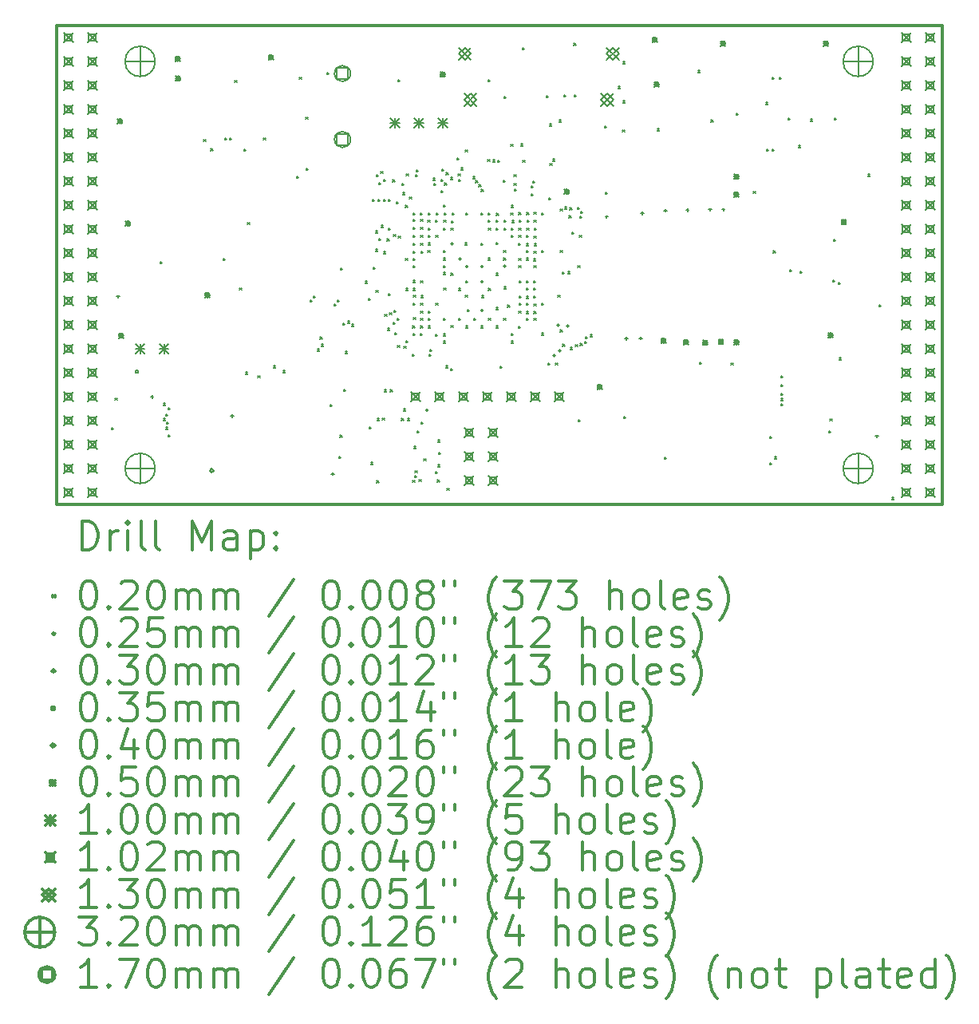
<source format=gbr>
%FSLAX45Y45*%
G04 Gerber Fmt 4.5, Leading zero omitted, Abs format (unit mm)*
G04 Created by KiCad (PCBNEW 5.0.0-rc2+dfsg1-3) date Sun Jun 10 01:45:56 2018*
%MOMM*%
%LPD*%
G01*
G04 APERTURE LIST*
%ADD10C,0.300000*%
%ADD11C,0.200000*%
G04 APERTURE END LIST*
D10*
X9410000Y-6142000D02*
X9410000Y-11222000D01*
X18808000Y-6142000D02*
X9410000Y-6142000D01*
X18808000Y-11222000D02*
X18808000Y-6142000D01*
X9410000Y-11222000D02*
X18808000Y-11222000D01*
D11*
X9998000Y-10410000D02*
X10018000Y-10430000D01*
X10018000Y-10410000D02*
X9998000Y-10430000D01*
X10035000Y-10094400D02*
X10055000Y-10114400D01*
X10055000Y-10094400D02*
X10035000Y-10114400D01*
X10514501Y-8649556D02*
X10534501Y-8669556D01*
X10534501Y-8649556D02*
X10514501Y-8669556D01*
X10545314Y-10310867D02*
X10565314Y-10330867D01*
X10565314Y-10310867D02*
X10545314Y-10330867D01*
X10547276Y-10151849D02*
X10567276Y-10171849D01*
X10567276Y-10151849D02*
X10547276Y-10171849D01*
X10574100Y-10266721D02*
X10594100Y-10286721D01*
X10594100Y-10266721D02*
X10574100Y-10286721D01*
X10574777Y-10403885D02*
X10594777Y-10423885D01*
X10594777Y-10403885D02*
X10574777Y-10423885D01*
X10579048Y-10351357D02*
X10599048Y-10371357D01*
X10599048Y-10351357D02*
X10579048Y-10371357D01*
X10597613Y-10199347D02*
X10617613Y-10219347D01*
X10617613Y-10199347D02*
X10597613Y-10219347D01*
X10598875Y-10487404D02*
X10618875Y-10507404D01*
X10618875Y-10487404D02*
X10598875Y-10507404D01*
X10974000Y-7352000D02*
X10994000Y-7372000D01*
X10994000Y-7352000D02*
X10974000Y-7372000D01*
X11049908Y-7448938D02*
X11069908Y-7468938D01*
X11069908Y-7448938D02*
X11049908Y-7468938D01*
X11179522Y-8615379D02*
X11199522Y-8635379D01*
X11199522Y-8615379D02*
X11179522Y-8635379D01*
X11197485Y-7337442D02*
X11217485Y-7357442D01*
X11217485Y-7337442D02*
X11197485Y-7357442D01*
X11251427Y-7337442D02*
X11271427Y-7357442D01*
X11271427Y-7337442D02*
X11251427Y-7357442D01*
X11305725Y-6724363D02*
X11325725Y-6744363D01*
X11325725Y-6724363D02*
X11305725Y-6744363D01*
X11356061Y-8927572D02*
X11376061Y-8947572D01*
X11376061Y-8927572D02*
X11356061Y-8947572D01*
X11400408Y-7451220D02*
X11420408Y-7471220D01*
X11420408Y-7451220D02*
X11400408Y-7471220D01*
X11418097Y-9819503D02*
X11438097Y-9839503D01*
X11438097Y-9819503D02*
X11418097Y-9839503D01*
X11441393Y-8230943D02*
X11461393Y-8250943D01*
X11461393Y-8230943D02*
X11441393Y-8250943D01*
X11549396Y-9856496D02*
X11569396Y-9876496D01*
X11569396Y-9856496D02*
X11549396Y-9876496D01*
X11609800Y-7337442D02*
X11629800Y-7357442D01*
X11629800Y-7337442D02*
X11609800Y-7357442D01*
X11712900Y-9753301D02*
X11732900Y-9773301D01*
X11732900Y-9753301D02*
X11712900Y-9773301D01*
X11814500Y-9804100D02*
X11834500Y-9824100D01*
X11834500Y-9804100D02*
X11814500Y-9824100D01*
X11959215Y-7739412D02*
X11979215Y-7759412D01*
X11979215Y-7739412D02*
X11959215Y-7759412D01*
X11990800Y-6690800D02*
X12010800Y-6710800D01*
X12010800Y-6690800D02*
X11990800Y-6710800D01*
X12056498Y-7112736D02*
X12076498Y-7132736D01*
X12076498Y-7112736D02*
X12056498Y-7132736D01*
X12063993Y-7659408D02*
X12083993Y-7679408D01*
X12083993Y-7659408D02*
X12063993Y-7679408D01*
X12106600Y-9054800D02*
X12126600Y-9074800D01*
X12126600Y-9054800D02*
X12106600Y-9074800D01*
X12139415Y-9013562D02*
X12159415Y-9033562D01*
X12159415Y-9013562D02*
X12139415Y-9033562D01*
X12182800Y-9575500D02*
X12202800Y-9595500D01*
X12202800Y-9575500D02*
X12182800Y-9595500D01*
X12210364Y-9448538D02*
X12230364Y-9468538D01*
X12230364Y-9448538D02*
X12210364Y-9468538D01*
X12220900Y-9524700D02*
X12240900Y-9544700D01*
X12240900Y-9524700D02*
X12220900Y-9544700D01*
X12282618Y-6643232D02*
X12302618Y-6663232D01*
X12302618Y-6643232D02*
X12282618Y-6663232D01*
X12317388Y-10161592D02*
X12337388Y-10181592D01*
X12337388Y-10161592D02*
X12317388Y-10181592D01*
X12360966Y-9096472D02*
X12380966Y-9116472D01*
X12380966Y-9096472D02*
X12360966Y-9116472D01*
X12391502Y-9053519D02*
X12411502Y-9073519D01*
X12411502Y-9053519D02*
X12391502Y-9073519D01*
X12410242Y-10710764D02*
X12430242Y-10730764D01*
X12430242Y-10710764D02*
X12410242Y-10730764D01*
X12422216Y-10490236D02*
X12442216Y-10510236D01*
X12442216Y-10490236D02*
X12422216Y-10510236D01*
X12426118Y-8717437D02*
X12446118Y-8737437D01*
X12446118Y-8717437D02*
X12426118Y-8737437D01*
X12426118Y-8717437D02*
X12446118Y-8737437D01*
X12446118Y-8717437D02*
X12426118Y-8737437D01*
X12453269Y-9302035D02*
X12473269Y-9322035D01*
X12473269Y-9302035D02*
X12453269Y-9322035D01*
X12460744Y-10002698D02*
X12480744Y-10022698D01*
X12480744Y-10002698D02*
X12460744Y-10022698D01*
X12474902Y-9600287D02*
X12494902Y-9620287D01*
X12494902Y-9600287D02*
X12474902Y-9620287D01*
X12501033Y-9279764D02*
X12521033Y-9299764D01*
X12521033Y-9279764D02*
X12501033Y-9299764D01*
X12542510Y-9313676D02*
X12562510Y-9333676D01*
X12562510Y-9313676D02*
X12542510Y-9333676D01*
X12687018Y-8855931D02*
X12707018Y-8875931D01*
X12707018Y-8855931D02*
X12687018Y-8875931D01*
X12720111Y-9035435D02*
X12740111Y-9055435D01*
X12740111Y-9035435D02*
X12720111Y-9055435D01*
X12731909Y-10397773D02*
X12751909Y-10417773D01*
X12751909Y-10397773D02*
X12731909Y-10417773D01*
X12748660Y-10777504D02*
X12768660Y-10797504D01*
X12768660Y-10777504D02*
X12748660Y-10797504D01*
X12764988Y-7989114D02*
X12784988Y-8009114D01*
X12784988Y-7989114D02*
X12764988Y-8009114D01*
X12771035Y-8708207D02*
X12791035Y-8728207D01*
X12791035Y-8708207D02*
X12771035Y-8728207D01*
X12796207Y-8322888D02*
X12816207Y-8342888D01*
X12816207Y-8322888D02*
X12796207Y-8342888D01*
X12799179Y-8517702D02*
X12819179Y-8537702D01*
X12819179Y-8517702D02*
X12799179Y-8537702D01*
X12803679Y-8951152D02*
X12823679Y-8971152D01*
X12823679Y-8951152D02*
X12803679Y-8971152D01*
X12805201Y-7723267D02*
X12825201Y-7743267D01*
X12825201Y-7723267D02*
X12805201Y-7743267D01*
X12811634Y-10971333D02*
X12831634Y-10991333D01*
X12831634Y-10971333D02*
X12811634Y-10991333D01*
X12814780Y-10310898D02*
X12834780Y-10330898D01*
X12834780Y-10310898D02*
X12814780Y-10330898D01*
X12822879Y-7985310D02*
X12842879Y-8005310D01*
X12842879Y-7985310D02*
X12822879Y-8005310D01*
X12834680Y-7807951D02*
X12854680Y-7827951D01*
X12854680Y-7807951D02*
X12834680Y-7827951D01*
X12835268Y-8401687D02*
X12855268Y-8421687D01*
X12855268Y-8401687D02*
X12835268Y-8421687D01*
X12854493Y-7691566D02*
X12874493Y-7711566D01*
X12874493Y-7691566D02*
X12854493Y-7711566D01*
X12859178Y-8263722D02*
X12879178Y-8283722D01*
X12879178Y-8263722D02*
X12859178Y-8283722D01*
X12870682Y-10308590D02*
X12890682Y-10328590D01*
X12890682Y-10308590D02*
X12870682Y-10328590D01*
X12880857Y-7988548D02*
X12900857Y-8008548D01*
X12900857Y-7988548D02*
X12880857Y-8008548D01*
X12881301Y-8540585D02*
X12901301Y-8560585D01*
X12901301Y-8540585D02*
X12881301Y-8560585D01*
X12886175Y-7777882D02*
X12906175Y-7797882D01*
X12906175Y-7777882D02*
X12886175Y-7797882D01*
X12890520Y-10007480D02*
X12910520Y-10027480D01*
X12910520Y-10007480D02*
X12890520Y-10027480D01*
X12895573Y-9206272D02*
X12915573Y-9226272D01*
X12915573Y-9206272D02*
X12895573Y-9226272D01*
X12920256Y-8405350D02*
X12940256Y-8425350D01*
X12940256Y-8405350D02*
X12920256Y-8425350D01*
X12926203Y-9354578D02*
X12946203Y-9374578D01*
X12946203Y-9354578D02*
X12926203Y-9374578D01*
X12933760Y-7984679D02*
X12953760Y-8004679D01*
X12953760Y-7984679D02*
X12933760Y-8004679D01*
X12934924Y-8983794D02*
X12954924Y-9003794D01*
X12954924Y-8983794D02*
X12934924Y-9003794D01*
X12935809Y-8290406D02*
X12955809Y-8310406D01*
X12955809Y-8290406D02*
X12935809Y-8310406D01*
X12946857Y-9190566D02*
X12966857Y-9210566D01*
X12966857Y-9190566D02*
X12946857Y-9210566D01*
X12956000Y-10005500D02*
X12976000Y-10025500D01*
X12976000Y-10005500D02*
X12956000Y-10025500D01*
X12982095Y-7781082D02*
X13002095Y-7801082D01*
X13002095Y-7781082D02*
X12982095Y-7801082D01*
X12987271Y-9293510D02*
X13007271Y-9313510D01*
X13007271Y-9293510D02*
X12987271Y-9313510D01*
X12989202Y-8359151D02*
X13009202Y-8379151D01*
X13009202Y-8359151D02*
X12989202Y-8379151D01*
X12991955Y-9163298D02*
X13011955Y-9183298D01*
X13011955Y-9163298D02*
X12991955Y-9183298D01*
X13002337Y-9402267D02*
X13022337Y-9422267D01*
X13022337Y-9402267D02*
X13002337Y-9422267D01*
X13017215Y-8013821D02*
X13037215Y-8033821D01*
X13037215Y-8013821D02*
X13017215Y-8033821D01*
X13028454Y-9248473D02*
X13048454Y-9268473D01*
X13048454Y-9248473D02*
X13028454Y-9268473D01*
X13032200Y-9535600D02*
X13052200Y-9555600D01*
X13052200Y-9535600D02*
X13032200Y-9555600D01*
X13033700Y-6718000D02*
X13053700Y-6738000D01*
X13053700Y-6718000D02*
X13033700Y-6738000D01*
X13038793Y-8376986D02*
X13058793Y-8396986D01*
X13058793Y-8376986D02*
X13038793Y-8396986D01*
X13073948Y-10310899D02*
X13093948Y-10330899D01*
X13093948Y-10310899D02*
X13073948Y-10330899D01*
X13077859Y-7815329D02*
X13097859Y-7835329D01*
X13097859Y-7815329D02*
X13077859Y-7835329D01*
X13085264Y-7914901D02*
X13105264Y-7934901D01*
X13105264Y-7914901D02*
X13085264Y-7934901D01*
X13093907Y-10208700D02*
X13113907Y-10228700D01*
X13113907Y-10208700D02*
X13093907Y-10228700D01*
X13098471Y-9546418D02*
X13118471Y-9566418D01*
X13118471Y-9546418D02*
X13098471Y-9566418D01*
X13116430Y-8612711D02*
X13136430Y-8632711D01*
X13136430Y-8612711D02*
X13116430Y-8632711D01*
X13116518Y-8052178D02*
X13136518Y-8072178D01*
X13136518Y-8052178D02*
X13116518Y-8072178D01*
X13117950Y-8930733D02*
X13137950Y-8950733D01*
X13137950Y-8930733D02*
X13117950Y-8950733D01*
X13121616Y-9485914D02*
X13141616Y-9505914D01*
X13141616Y-9485914D02*
X13121616Y-9505914D01*
X13125345Y-7716470D02*
X13145345Y-7736470D01*
X13145345Y-7716470D02*
X13125345Y-7736470D01*
X13135385Y-10310829D02*
X13155385Y-10330829D01*
X13155385Y-10310829D02*
X13135385Y-10330829D01*
X13157757Y-7959799D02*
X13177757Y-7979799D01*
X13177757Y-7959799D02*
X13157757Y-7979799D01*
X13188633Y-9630479D02*
X13208633Y-9650479D01*
X13208633Y-9630479D02*
X13188633Y-9650479D01*
X13192441Y-10966678D02*
X13212441Y-10986678D01*
X13212441Y-10966678D02*
X13192441Y-10986678D01*
X13193199Y-9330000D02*
X13213199Y-9350000D01*
X13213199Y-9330000D02*
X13193199Y-9350000D01*
X13197562Y-8931064D02*
X13217562Y-8951064D01*
X13217562Y-8931064D02*
X13197562Y-8951064D01*
X13197734Y-9090201D02*
X13217734Y-9110201D01*
X13217734Y-9090201D02*
X13197734Y-9110201D01*
X13197902Y-8284734D02*
X13217902Y-8304734D01*
X13217902Y-8284734D02*
X13197902Y-8304734D01*
X13197999Y-8200333D02*
X13217999Y-8220333D01*
X13217999Y-8200333D02*
X13197999Y-8220333D01*
X13198000Y-8690000D02*
X13218000Y-8710000D01*
X13218000Y-8690000D02*
X13198000Y-8710000D01*
X13198000Y-9410000D02*
X13218000Y-9430000D01*
X13218000Y-9410000D02*
X13198000Y-9430000D01*
X13198303Y-8616041D02*
X13218303Y-8636041D01*
X13218303Y-8616041D02*
X13198303Y-8636041D01*
X13198368Y-8369136D02*
X13218368Y-8389136D01*
X13218368Y-8369136D02*
X13198368Y-8389136D01*
X13198405Y-8845827D02*
X13218405Y-8865827D01*
X13218405Y-8845827D02*
X13198405Y-8865827D01*
X13198801Y-8130801D02*
X13218801Y-8150801D01*
X13218801Y-8130801D02*
X13198801Y-8150801D01*
X13198979Y-8537938D02*
X13218979Y-8557938D01*
X13218979Y-8537938D02*
X13198979Y-8557938D01*
X13199289Y-8453537D02*
X13219289Y-8473537D01*
X13219289Y-8453537D02*
X13199289Y-8473537D01*
X13200000Y-9005799D02*
X13220000Y-9025799D01*
X13220000Y-9005799D02*
X13200000Y-9025799D01*
X13201075Y-9242748D02*
X13221075Y-9262748D01*
X13221075Y-9242748D02*
X13201075Y-9262748D01*
X13206286Y-10608587D02*
X13226286Y-10628587D01*
X13226286Y-10608587D02*
X13206286Y-10628587D01*
X13211973Y-10917729D02*
X13231973Y-10937729D01*
X13231973Y-10917729D02*
X13211973Y-10937729D01*
X13218587Y-10865445D02*
X13238587Y-10885445D01*
X13238587Y-10865445D02*
X13218587Y-10885445D01*
X13220903Y-7724256D02*
X13240903Y-7744256D01*
X13240903Y-7724256D02*
X13220903Y-7744256D01*
X13232873Y-7672932D02*
X13252873Y-7692932D01*
X13252873Y-7672932D02*
X13232873Y-7692932D01*
X13236800Y-10440341D02*
X13256800Y-10460341D01*
X13256800Y-10440341D02*
X13236800Y-10460341D01*
X13260800Y-10958000D02*
X13280800Y-10978000D01*
X13280800Y-10958000D02*
X13260800Y-10978000D01*
X13272048Y-8130098D02*
X13292048Y-8150098D01*
X13292048Y-8130098D02*
X13272048Y-8150098D01*
X13274623Y-9409707D02*
X13294623Y-9429707D01*
X13294623Y-9409707D02*
X13274623Y-9429707D01*
X13277261Y-8284735D02*
X13297261Y-8304735D01*
X13297261Y-8284735D02*
X13277261Y-8304735D01*
X13278000Y-8200334D02*
X13298000Y-8220334D01*
X13298000Y-8200334D02*
X13278000Y-8220334D01*
X13278000Y-8850000D02*
X13298000Y-8870000D01*
X13298000Y-8850000D02*
X13278000Y-8870000D01*
X13278000Y-9090000D02*
X13298000Y-9110000D01*
X13298000Y-9090000D02*
X13278000Y-9110000D01*
X13278000Y-9170000D02*
X13298000Y-9190000D01*
X13298000Y-9170000D02*
X13278000Y-9190000D01*
X13278000Y-9250000D02*
X13298000Y-9270000D01*
X13298000Y-9250000D02*
X13278000Y-9270000D01*
X13278000Y-9330000D02*
X13298000Y-9350000D01*
X13298000Y-9330000D02*
X13278000Y-9350000D01*
X13278175Y-8369136D02*
X13298175Y-8389136D01*
X13298175Y-8369136D02*
X13278175Y-8389136D01*
X13278218Y-8453537D02*
X13298218Y-8473537D01*
X13298218Y-8453537D02*
X13278218Y-8473537D01*
X13279688Y-8536938D02*
X13299688Y-8556938D01*
X13299688Y-8536938D02*
X13279688Y-8556938D01*
X13280000Y-9008000D02*
X13300000Y-9028000D01*
X13300000Y-9008000D02*
X13280000Y-9028000D01*
X13282849Y-10350134D02*
X13302849Y-10370134D01*
X13302849Y-10350134D02*
X13282849Y-10370134D01*
X13311600Y-10736500D02*
X13331600Y-10756500D01*
X13331600Y-10736500D02*
X13311600Y-10756500D01*
X13352314Y-8526642D02*
X13372314Y-8546642D01*
X13372314Y-8526642D02*
X13352314Y-8546642D01*
X13354839Y-8209060D02*
X13374839Y-8229060D01*
X13374839Y-8209060D02*
X13354839Y-8229060D01*
X13356449Y-8131468D02*
X13376449Y-8151468D01*
X13376449Y-8131468D02*
X13356449Y-8151468D01*
X13357194Y-8449520D02*
X13377194Y-8469520D01*
X13377194Y-8449520D02*
X13357194Y-8469520D01*
X13358000Y-8290000D02*
X13378000Y-8310000D01*
X13378000Y-8290000D02*
X13358000Y-8310000D01*
X13358000Y-8370000D02*
X13378000Y-8390000D01*
X13378000Y-8370000D02*
X13358000Y-8390000D01*
X13358000Y-9170000D02*
X13378000Y-9190000D01*
X13378000Y-9170000D02*
X13358000Y-9190000D01*
X13358000Y-9250000D02*
X13378000Y-9270000D01*
X13378000Y-9250000D02*
X13358000Y-9270000D01*
X13358548Y-9330230D02*
X13378548Y-9350230D01*
X13378548Y-9330230D02*
X13358548Y-9350230D01*
X13366285Y-9629515D02*
X13386285Y-9649515D01*
X13386285Y-9629515D02*
X13366285Y-9649515D01*
X13375239Y-9577580D02*
X13395239Y-9597580D01*
X13395239Y-9577580D02*
X13375239Y-9597580D01*
X13407730Y-7762109D02*
X13427730Y-7782109D01*
X13427730Y-7762109D02*
X13407730Y-7782109D01*
X13415018Y-7815381D02*
X13435018Y-7835381D01*
X13435018Y-7815381D02*
X13415018Y-7835381D01*
X13433398Y-8208015D02*
X13453398Y-8228015D01*
X13453398Y-8208015D02*
X13433398Y-8228015D01*
X13435582Y-9416717D02*
X13455582Y-9436717D01*
X13455582Y-9416717D02*
X13435582Y-9436717D01*
X13436400Y-10874197D02*
X13456400Y-10894197D01*
X13456400Y-10874197D02*
X13436400Y-10894197D01*
X13438000Y-8370000D02*
X13458000Y-8390000D01*
X13458000Y-8370000D02*
X13438000Y-8390000D01*
X13438000Y-9090000D02*
X13458000Y-9110000D01*
X13458000Y-9090000D02*
X13438000Y-9110000D01*
X13440850Y-8130675D02*
X13460850Y-8150675D01*
X13460850Y-8130675D02*
X13440850Y-8150675D01*
X13453687Y-10961995D02*
X13473687Y-10981995D01*
X13473687Y-10961995D02*
X13453687Y-10981995D01*
X13457587Y-10803159D02*
X13477587Y-10823159D01*
X13477587Y-10803159D02*
X13457587Y-10823159D01*
X13460735Y-10540845D02*
X13480735Y-10560845D01*
X13480735Y-10540845D02*
X13460735Y-10560845D01*
X13465065Y-10671051D02*
X13485065Y-10691051D01*
X13485065Y-10671051D02*
X13465065Y-10691051D01*
X13492132Y-7892495D02*
X13512132Y-7912495D01*
X13512132Y-7892495D02*
X13492132Y-7912495D01*
X13493478Y-7773120D02*
X13513478Y-7793120D01*
X13513478Y-7773120D02*
X13493478Y-7793120D01*
X13502968Y-7663013D02*
X13522968Y-7683013D01*
X13522968Y-7663013D02*
X13502968Y-7683013D01*
X13516300Y-8762700D02*
X13536300Y-8782700D01*
X13536300Y-8762700D02*
X13516300Y-8782700D01*
X13518000Y-8292201D02*
X13538000Y-8312201D01*
X13538000Y-8292201D02*
X13518000Y-8312201D01*
X13518000Y-8530000D02*
X13538000Y-8550000D01*
X13538000Y-8530000D02*
X13518000Y-8550000D01*
X13518000Y-8610000D02*
X13538000Y-8630000D01*
X13538000Y-8610000D02*
X13518000Y-8630000D01*
X13518000Y-8690000D02*
X13538000Y-8710000D01*
X13538000Y-8690000D02*
X13518000Y-8710000D01*
X13518000Y-9250000D02*
X13538000Y-9270000D01*
X13538000Y-9250000D02*
X13518000Y-9270000D01*
X13518128Y-8048312D02*
X13538128Y-8068312D01*
X13538128Y-8048312D02*
X13518128Y-8068312D01*
X13518463Y-9488530D02*
X13538463Y-9508530D01*
X13538463Y-9488530D02*
X13518463Y-9508530D01*
X13518862Y-9412562D02*
X13538862Y-9432562D01*
X13538862Y-9412562D02*
X13518862Y-9432562D01*
X13521538Y-8209385D02*
X13541538Y-8229385D01*
X13541538Y-8209385D02*
X13521538Y-8229385D01*
X13524276Y-8928163D02*
X13544276Y-8948163D01*
X13544276Y-8928163D02*
X13524276Y-8948163D01*
X13525957Y-8129544D02*
X13545957Y-8149544D01*
X13545957Y-8129544D02*
X13525957Y-8149544D01*
X13531439Y-7812965D02*
X13551439Y-7832965D01*
X13551439Y-7812965D02*
X13531439Y-7832965D01*
X13541700Y-9753300D02*
X13561700Y-9773300D01*
X13561700Y-9753300D02*
X13541700Y-9773300D01*
X13548770Y-7704070D02*
X13568770Y-7724070D01*
X13568770Y-7704070D02*
X13548770Y-7724070D01*
X13555656Y-11051071D02*
X13575656Y-11071071D01*
X13575656Y-11051071D02*
X13555656Y-11071071D01*
X13594882Y-7754550D02*
X13614882Y-7774550D01*
X13614882Y-7754550D02*
X13594882Y-7774550D01*
X13595027Y-9781423D02*
X13615027Y-9801423D01*
X13615027Y-9781423D02*
X13595027Y-9801423D01*
X13598000Y-8290000D02*
X13618000Y-8310000D01*
X13618000Y-8290000D02*
X13598000Y-8310000D01*
X13598000Y-8770000D02*
X13618000Y-8790000D01*
X13618000Y-8770000D02*
X13598000Y-8790000D01*
X13599596Y-9326965D02*
X13619596Y-9346965D01*
X13619596Y-9326965D02*
X13599596Y-9346965D01*
X13602455Y-8216004D02*
X13622455Y-8236004D01*
X13622455Y-8216004D02*
X13602455Y-8236004D01*
X13613334Y-8133723D02*
X13633334Y-8153723D01*
X13633334Y-8133723D02*
X13613334Y-8153723D01*
X13664259Y-7547941D02*
X13684259Y-7567941D01*
X13684259Y-7547941D02*
X13664259Y-7567941D01*
X13676320Y-7718760D02*
X13696320Y-7738760D01*
X13696320Y-7718760D02*
X13676320Y-7738760D01*
X13678000Y-8930000D02*
X13698000Y-8950000D01*
X13698000Y-8930000D02*
X13678000Y-8950000D01*
X13678000Y-9250000D02*
X13698000Y-9270000D01*
X13698000Y-9250000D02*
X13678000Y-9270000D01*
X13679461Y-7776107D02*
X13699461Y-7796107D01*
X13699461Y-7776107D02*
X13679461Y-7796107D01*
X13707437Y-7652487D02*
X13727437Y-7672487D01*
X13727437Y-7652487D02*
X13707437Y-7672487D01*
X13745078Y-8447729D02*
X13765078Y-8467729D01*
X13765078Y-8447729D02*
X13745078Y-8467729D01*
X13752489Y-9002290D02*
X13772489Y-9022290D01*
X13772489Y-9002290D02*
X13752489Y-9022290D01*
X13752520Y-7459680D02*
X13772520Y-7479680D01*
X13772520Y-7459680D02*
X13752520Y-7479680D01*
X13758000Y-8130000D02*
X13778000Y-8150000D01*
X13778000Y-8130000D02*
X13758000Y-8150000D01*
X13758000Y-8850000D02*
X13778000Y-8870000D01*
X13778000Y-8850000D02*
X13758000Y-8870000D01*
X13758000Y-9330000D02*
X13778000Y-9350000D01*
X13778000Y-9330000D02*
X13758000Y-9350000D01*
X13770300Y-9156400D02*
X13790300Y-9176400D01*
X13790300Y-9156400D02*
X13770300Y-9176400D01*
X13830592Y-7745154D02*
X13850592Y-7765154D01*
X13850592Y-7745154D02*
X13830592Y-7765154D01*
X13838000Y-9250000D02*
X13858000Y-9270000D01*
X13858000Y-9250000D02*
X13838000Y-9270000D01*
X13862293Y-7788159D02*
X13882293Y-7808159D01*
X13882293Y-7788159D02*
X13862293Y-7808159D01*
X13893994Y-7831909D02*
X13913994Y-7851909D01*
X13913994Y-7831909D02*
X13893994Y-7851909D01*
X13917252Y-8451135D02*
X13937252Y-8471135D01*
X13937252Y-8451135D02*
X13917252Y-8471135D01*
X13918000Y-8130000D02*
X13938000Y-8150000D01*
X13938000Y-8130000D02*
X13918000Y-8150000D01*
X13918000Y-9330000D02*
X13938000Y-9350000D01*
X13938000Y-9330000D02*
X13918000Y-9350000D01*
X13921466Y-7881869D02*
X13941466Y-7901869D01*
X13941466Y-7881869D02*
X13921466Y-7901869D01*
X13922232Y-9006404D02*
X13942232Y-9026404D01*
X13942232Y-9006404D02*
X13922232Y-9026404D01*
X13989274Y-7564800D02*
X14009274Y-7584800D01*
X14009274Y-7564800D02*
X13989274Y-7584800D01*
X13991460Y-8609297D02*
X14011460Y-8629297D01*
X14011460Y-8609297D02*
X13991460Y-8629297D01*
X13992898Y-8130000D02*
X14012898Y-8150000D01*
X14012898Y-8130000D02*
X13992898Y-8150000D01*
X13992898Y-8210000D02*
X14012898Y-8230000D01*
X14012898Y-8210000D02*
X13992898Y-8230000D01*
X13993243Y-6718693D02*
X14013243Y-6738693D01*
X14013243Y-6718693D02*
X13993243Y-6738693D01*
X13996000Y-8292000D02*
X14016000Y-8312000D01*
X14016000Y-8292000D02*
X13996000Y-8312000D01*
X13998000Y-8930000D02*
X14018000Y-8950000D01*
X14018000Y-8930000D02*
X13998000Y-8950000D01*
X13998000Y-9250000D02*
X14018000Y-9270000D01*
X14018000Y-9250000D02*
X13998000Y-9270000D01*
X14041773Y-7569399D02*
X14061773Y-7589399D01*
X14061773Y-7569399D02*
X14041773Y-7589399D01*
X14076133Y-8294127D02*
X14096133Y-8314127D01*
X14096133Y-8294127D02*
X14076133Y-8314127D01*
X14077299Y-8207716D02*
X14097299Y-8227716D01*
X14097299Y-8207716D02*
X14077299Y-8227716D01*
X14077419Y-9133335D02*
X14097419Y-9153335D01*
X14097419Y-9133335D02*
X14077419Y-9153335D01*
X14077693Y-8445254D02*
X14097693Y-8465254D01*
X14097693Y-8445254D02*
X14077693Y-8465254D01*
X14078000Y-9330000D02*
X14098000Y-9350000D01*
X14098000Y-9330000D02*
X14078000Y-9350000D01*
X14079623Y-8771623D02*
X14099623Y-8791623D01*
X14099623Y-8771623D02*
X14079623Y-8791623D01*
X14082264Y-8134744D02*
X14102264Y-8154744D01*
X14102264Y-8134744D02*
X14082264Y-8154744D01*
X14094211Y-7574661D02*
X14114211Y-7594661D01*
X14114211Y-7574661D02*
X14094211Y-7594661D01*
X14118066Y-9754201D02*
X14138066Y-9774201D01*
X14138066Y-9754201D02*
X14118066Y-9774201D01*
X14152481Y-7781450D02*
X14172481Y-7801450D01*
X14172481Y-7781450D02*
X14152481Y-7801450D01*
X14158000Y-8530000D02*
X14178000Y-8550000D01*
X14178000Y-8530000D02*
X14158000Y-8550000D01*
X14158000Y-8610000D02*
X14178000Y-8630000D01*
X14178000Y-8610000D02*
X14158000Y-8630000D01*
X14158000Y-9250000D02*
X14178000Y-9270000D01*
X14178000Y-9250000D02*
X14158000Y-9270000D01*
X14162701Y-8209494D02*
X14182701Y-8229494D01*
X14182701Y-8209494D02*
X14162701Y-8229494D01*
X14162701Y-8289887D02*
X14182701Y-8309887D01*
X14182701Y-8289887D02*
X14162701Y-8309887D01*
X14164000Y-8915099D02*
X14184000Y-8935099D01*
X14184000Y-8915099D02*
X14164000Y-8935099D01*
X14164285Y-6893836D02*
X14184285Y-6913836D01*
X14184285Y-6893836D02*
X14164285Y-6913836D01*
X14200722Y-9110102D02*
X14220722Y-9130102D01*
X14220722Y-9110102D02*
X14200722Y-9130102D01*
X14233699Y-7403800D02*
X14253699Y-7423800D01*
X14253699Y-7403800D02*
X14233699Y-7423800D01*
X14235032Y-8132000D02*
X14255032Y-8152000D01*
X14255032Y-8132000D02*
X14235032Y-8152000D01*
X14236000Y-8052000D02*
X14256000Y-8072000D01*
X14256000Y-8052000D02*
X14236000Y-8072000D01*
X14236000Y-8292000D02*
X14256000Y-8312000D01*
X14256000Y-8292000D02*
X14236000Y-8312000D01*
X14238000Y-8370000D02*
X14258000Y-8390000D01*
X14258000Y-8370000D02*
X14238000Y-8390000D01*
X14238000Y-9410000D02*
X14258000Y-9430000D01*
X14258000Y-9410000D02*
X14238000Y-9430000D01*
X14238000Y-9490000D02*
X14258000Y-9510000D01*
X14258000Y-9490000D02*
X14238000Y-9510000D01*
X14247102Y-8210435D02*
X14267102Y-8230435D01*
X14267102Y-8210435D02*
X14247102Y-8230435D01*
X14268441Y-7818307D02*
X14288441Y-7838307D01*
X14288441Y-7818307D02*
X14268441Y-7838307D01*
X14268583Y-7724192D02*
X14288583Y-7744192D01*
X14288583Y-7724192D02*
X14268583Y-7744192D01*
X14271130Y-7874603D02*
X14291130Y-7894603D01*
X14291130Y-7874603D02*
X14271130Y-7894603D01*
X14316000Y-8452000D02*
X14336000Y-8472000D01*
X14336000Y-8452000D02*
X14316000Y-8472000D01*
X14316969Y-9331491D02*
X14336969Y-9351491D01*
X14336969Y-9331491D02*
X14316969Y-9351491D01*
X14318000Y-8370000D02*
X14338000Y-8390000D01*
X14338000Y-8370000D02*
X14318000Y-8390000D01*
X14318000Y-8690000D02*
X14338000Y-8710000D01*
X14338000Y-8690000D02*
X14318000Y-8710000D01*
X14318000Y-9170000D02*
X14338000Y-9190000D01*
X14338000Y-9170000D02*
X14318000Y-9190000D01*
X14318740Y-8294201D02*
X14338740Y-8314201D01*
X14338740Y-8294201D02*
X14318740Y-8314201D01*
X14319433Y-8127729D02*
X14339433Y-8147729D01*
X14339433Y-8127729D02*
X14319433Y-8147729D01*
X14320000Y-8612000D02*
X14340000Y-8632000D01*
X14340000Y-8612000D02*
X14320000Y-8632000D01*
X14322201Y-8849503D02*
X14342201Y-8869503D01*
X14342201Y-8849503D02*
X14322201Y-8869503D01*
X14322201Y-9010195D02*
X14342201Y-9030195D01*
X14342201Y-9010195D02*
X14322201Y-9030195D01*
X14322201Y-9090066D02*
X14342201Y-9110066D01*
X14342201Y-9090066D02*
X14322201Y-9110066D01*
X14323265Y-8209799D02*
X14343265Y-8229799D01*
X14343265Y-8209799D02*
X14323265Y-8229799D01*
X14341800Y-7397450D02*
X14361800Y-7417450D01*
X14361800Y-7397450D02*
X14341800Y-7417450D01*
X14355067Y-6376252D02*
X14375067Y-6396252D01*
X14375067Y-6376252D02*
X14355067Y-6396252D01*
X14360888Y-7571730D02*
X14380888Y-7591730D01*
X14380888Y-7571730D02*
X14360888Y-7591730D01*
X14396483Y-9177765D02*
X14416483Y-9197765D01*
X14416483Y-9177765D02*
X14396483Y-9197765D01*
X14397624Y-8929530D02*
X14417624Y-8949530D01*
X14417624Y-8929530D02*
X14397624Y-8949530D01*
X14397701Y-9016697D02*
X14417701Y-9036697D01*
X14417701Y-9016697D02*
X14397701Y-9036697D01*
X14398000Y-8610000D02*
X14418000Y-8630000D01*
X14418000Y-8610000D02*
X14398000Y-8630000D01*
X14398000Y-9085650D02*
X14418000Y-9105650D01*
X14418000Y-9085650D02*
X14398000Y-9105650D01*
X14398283Y-8848451D02*
X14418283Y-8868451D01*
X14418283Y-8848451D02*
X14398283Y-8868451D01*
X14400201Y-8529722D02*
X14420201Y-8549722D01*
X14420201Y-8529722D02*
X14400201Y-8549722D01*
X14400319Y-8367799D02*
X14420319Y-8387799D01*
X14420319Y-8367799D02*
X14400319Y-8387799D01*
X14400350Y-8456040D02*
X14420350Y-8476040D01*
X14420350Y-8456040D02*
X14400350Y-8476040D01*
X14401325Y-9248876D02*
X14421325Y-9268876D01*
X14421325Y-9248876D02*
X14401325Y-9268876D01*
X14403141Y-8290000D02*
X14423141Y-8310000D01*
X14423141Y-8290000D02*
X14403141Y-8310000D01*
X14403835Y-8128377D02*
X14423835Y-8148377D01*
X14423835Y-8128377D02*
X14403835Y-8148377D01*
X14407666Y-8210000D02*
X14427666Y-8230000D01*
X14427666Y-8210000D02*
X14407666Y-8230000D01*
X14450634Y-7841735D02*
X14470634Y-7861735D01*
X14470634Y-7841735D02*
X14450634Y-7861735D01*
X14450634Y-7926136D02*
X14470634Y-7946136D01*
X14470634Y-7926136D02*
X14450634Y-7946136D01*
X14469153Y-7792394D02*
X14489153Y-7812394D01*
X14489153Y-7792394D02*
X14469153Y-7812394D01*
X14475676Y-8924990D02*
X14495676Y-8944990D01*
X14495676Y-8924990D02*
X14475676Y-8944990D01*
X14476724Y-9009392D02*
X14496724Y-9029392D01*
X14496724Y-9009392D02*
X14476724Y-9029392D01*
X14477515Y-8619275D02*
X14497515Y-8639275D01*
X14497515Y-8619275D02*
X14477515Y-8639275D01*
X14477765Y-8852201D02*
X14497765Y-8872201D01*
X14497765Y-8852201D02*
X14477765Y-8872201D01*
X14478235Y-9247799D02*
X14498235Y-9267799D01*
X14498235Y-9247799D02*
X14478235Y-9267799D01*
X14478778Y-8123192D02*
X14498778Y-8143192D01*
X14498778Y-8123192D02*
X14478778Y-8143192D01*
X14478812Y-8207593D02*
X14498812Y-8227593D01*
X14498812Y-8207593D02*
X14478812Y-8227593D01*
X14478935Y-8534874D02*
X14498935Y-8554874D01*
X14498935Y-8534874D02*
X14478935Y-8554874D01*
X14479160Y-9178194D02*
X14499160Y-9198194D01*
X14499160Y-9178194D02*
X14479160Y-9198194D01*
X14479432Y-8687756D02*
X14499432Y-8707756D01*
X14499432Y-8687756D02*
X14479432Y-8707756D01*
X14479670Y-8376395D02*
X14499670Y-8396395D01*
X14499670Y-8376395D02*
X14479670Y-8396395D01*
X14480294Y-9093793D02*
X14500294Y-9113793D01*
X14500294Y-9093793D02*
X14480294Y-9113793D01*
X14481241Y-8455796D02*
X14501241Y-8475796D01*
X14501241Y-8455796D02*
X14481241Y-8475796D01*
X14481689Y-8291994D02*
X14501689Y-8311994D01*
X14501689Y-8291994D02*
X14481689Y-8311994D01*
X14557281Y-8529606D02*
X14577281Y-8549606D01*
X14577281Y-8529606D02*
X14557281Y-8549606D01*
X14558000Y-8130512D02*
X14578000Y-8150512D01*
X14578000Y-8130512D02*
X14558000Y-8150512D01*
X14558739Y-9089665D02*
X14578739Y-9109665D01*
X14578739Y-9089665D02*
X14558739Y-9109665D01*
X14559124Y-9406675D02*
X14579124Y-9426675D01*
X14579124Y-9406675D02*
X14559124Y-9426675D01*
X14613342Y-6884608D02*
X14633342Y-6904608D01*
X14633342Y-6884608D02*
X14613342Y-6904608D01*
X14629479Y-9723392D02*
X14649479Y-9743392D01*
X14649479Y-9723392D02*
X14629479Y-9743392D01*
X14638141Y-7971938D02*
X14658141Y-7991938D01*
X14658141Y-7971938D02*
X14638141Y-7991938D01*
X14646600Y-7187900D02*
X14666600Y-7207900D01*
X14666600Y-7187900D02*
X14646600Y-7207900D01*
X14648744Y-7607406D02*
X14668744Y-7627406D01*
X14668744Y-7607406D02*
X14648744Y-7627406D01*
X14680980Y-7560789D02*
X14700980Y-7580789D01*
X14700980Y-7560789D02*
X14680980Y-7580789D01*
X14707598Y-9723392D02*
X14727598Y-9743392D01*
X14727598Y-9723392D02*
X14707598Y-9743392D01*
X14733095Y-9001248D02*
X14753095Y-9021248D01*
X14753095Y-9001248D02*
X14733095Y-9021248D01*
X14748200Y-7143450D02*
X14768200Y-7163450D01*
X14768200Y-7143450D02*
X14748200Y-7163450D01*
X14758739Y-8527409D02*
X14778739Y-8547409D01*
X14778739Y-8527409D02*
X14758739Y-8547409D01*
X14758831Y-8088311D02*
X14778831Y-8108311D01*
X14778831Y-8088311D02*
X14758831Y-8108311D01*
X14760000Y-9372000D02*
X14780000Y-9392000D01*
X14780000Y-9372000D02*
X14760000Y-9392000D01*
X14781079Y-8758342D02*
X14801079Y-8778342D01*
X14801079Y-8758342D02*
X14781079Y-8778342D01*
X14782886Y-9523902D02*
X14802886Y-9543902D01*
X14802886Y-9523902D02*
X14782886Y-9543902D01*
X14799000Y-6876750D02*
X14819000Y-6896750D01*
X14819000Y-6876750D02*
X14799000Y-6896750D01*
X14807525Y-8068155D02*
X14827525Y-8088155D01*
X14827525Y-8068155D02*
X14807525Y-8088155D01*
X14838354Y-8752346D02*
X14858354Y-8772346D01*
X14858354Y-8752346D02*
X14838354Y-8772346D01*
X14851066Y-8160586D02*
X14871066Y-8180586D01*
X14871066Y-8160586D02*
X14851066Y-8180586D01*
X14859611Y-8076185D02*
X14879611Y-8096185D01*
X14879611Y-8076185D02*
X14859611Y-8096185D01*
X14864798Y-9556963D02*
X14884798Y-9576963D01*
X14884798Y-9556963D02*
X14864798Y-9576963D01*
X14882151Y-8334201D02*
X14902151Y-8354201D01*
X14902151Y-8334201D02*
X14882151Y-8354201D01*
X14903412Y-6332405D02*
X14923412Y-6352405D01*
X14923412Y-6332405D02*
X14903412Y-6352405D01*
X14906950Y-6876750D02*
X14926950Y-6896750D01*
X14926950Y-6876750D02*
X14906950Y-6896750D01*
X14918439Y-9527799D02*
X14938439Y-9547799D01*
X14938439Y-9527799D02*
X14918439Y-9547799D01*
X14942722Y-8073801D02*
X14962722Y-8093801D01*
X14962722Y-8073801D02*
X14942722Y-8093801D01*
X14945314Y-8688944D02*
X14965314Y-8708944D01*
X14965314Y-8688944D02*
X14945314Y-8708944D01*
X14947728Y-10322085D02*
X14967728Y-10342085D01*
X14967728Y-10322085D02*
X14947728Y-10342085D01*
X14963249Y-8370769D02*
X14983249Y-8390769D01*
X14983249Y-8370769D02*
X14963249Y-8390769D01*
X14968729Y-8167499D02*
X14988729Y-8187499D01*
X14988729Y-8167499D02*
X14968729Y-8187499D01*
X14969589Y-9515108D02*
X14989589Y-9535108D01*
X14989589Y-9515108D02*
X14969589Y-9535108D01*
X14975319Y-8115211D02*
X14995319Y-8135211D01*
X14995319Y-8115211D02*
X14975319Y-8135211D01*
X15017890Y-9494025D02*
X15037890Y-9514025D01*
X15037890Y-9494025D02*
X15017890Y-9514025D01*
X15024597Y-9441753D02*
X15044597Y-9461753D01*
X15044597Y-9441753D02*
X15024597Y-9461753D01*
X15078921Y-9423257D02*
X15098921Y-9443257D01*
X15098921Y-9423257D02*
X15078921Y-9443257D01*
X15230800Y-7206950D02*
X15250800Y-7226950D01*
X15250800Y-7206950D02*
X15230800Y-7226950D01*
X15239707Y-7909347D02*
X15259707Y-7929347D01*
X15259707Y-7909347D02*
X15239707Y-7929347D01*
X15370500Y-6789627D02*
X15390500Y-6809627D01*
X15390500Y-6789627D02*
X15370500Y-6809627D01*
X15419800Y-7249600D02*
X15439800Y-7269600D01*
X15439800Y-7249600D02*
X15419800Y-7269600D01*
X15421300Y-6527500D02*
X15441300Y-6547500D01*
X15441300Y-6527500D02*
X15421300Y-6547500D01*
X15421300Y-6940250D02*
X15441300Y-6960250D01*
X15441300Y-6940250D02*
X15421300Y-6960250D01*
X15432558Y-10288777D02*
X15452558Y-10308777D01*
X15452558Y-10288777D02*
X15432558Y-10308777D01*
X15789600Y-7238700D02*
X15809600Y-7258700D01*
X15809600Y-7238700D02*
X15789600Y-7258700D01*
X15861665Y-10722518D02*
X15881665Y-10742518D01*
X15881665Y-10722518D02*
X15861665Y-10742518D01*
X16217147Y-6618496D02*
X16237147Y-6638496D01*
X16237147Y-6618496D02*
X16217147Y-6638496D01*
X16234100Y-9717000D02*
X16254100Y-9737000D01*
X16254100Y-9717000D02*
X16234100Y-9737000D01*
X16360322Y-7144216D02*
X16380322Y-7164216D01*
X16380322Y-7144216D02*
X16360322Y-7164216D01*
X16570337Y-9724488D02*
X16590337Y-9744488D01*
X16590337Y-9724488D02*
X16570337Y-9744488D01*
X16625348Y-7073546D02*
X16645348Y-7093546D01*
X16645348Y-7073546D02*
X16625348Y-7093546D01*
X16806644Y-7900804D02*
X16826644Y-7920804D01*
X16826644Y-7900804D02*
X16806644Y-7920804D01*
X16941704Y-6958649D02*
X16961704Y-6978649D01*
X16961704Y-6958649D02*
X16941704Y-6978649D01*
X16945300Y-7454600D02*
X16965300Y-7474600D01*
X16965300Y-7454600D02*
X16945300Y-7474600D01*
X16983400Y-10502600D02*
X17003400Y-10522600D01*
X17003400Y-10502600D02*
X16983400Y-10522600D01*
X16983400Y-10782000D02*
X17003400Y-10802000D01*
X17003400Y-10782000D02*
X16983400Y-10802000D01*
X17008800Y-6692600D02*
X17028800Y-6712600D01*
X17028800Y-6692600D02*
X17008800Y-6712600D01*
X17008800Y-7454600D02*
X17028800Y-7474600D01*
X17028800Y-7454600D02*
X17008800Y-7474600D01*
X17020954Y-8534153D02*
X17040954Y-8554153D01*
X17040954Y-8534153D02*
X17020954Y-8554153D01*
X17031101Y-10718620D02*
X17051101Y-10738620D01*
X17051101Y-10718620D02*
X17031101Y-10738620D01*
X17085000Y-6692600D02*
X17105000Y-6712600D01*
X17105000Y-6692600D02*
X17085000Y-6712600D01*
X17098912Y-9856600D02*
X17118912Y-9876600D01*
X17118912Y-9856600D02*
X17098912Y-9876600D01*
X17098912Y-9951966D02*
X17118912Y-9971966D01*
X17118912Y-9951966D02*
X17098912Y-9971966D01*
X17098912Y-10045982D02*
X17118912Y-10065982D01*
X17118912Y-10045982D02*
X17098912Y-10065982D01*
X17098912Y-10098683D02*
X17118912Y-10118683D01*
X17118912Y-10098683D02*
X17098912Y-10118683D01*
X17098912Y-10155324D02*
X17118912Y-10175324D01*
X17118912Y-10155324D02*
X17098912Y-10175324D01*
X17173900Y-7124400D02*
X17193900Y-7144400D01*
X17193900Y-7124400D02*
X17173900Y-7144400D01*
X17194707Y-8733845D02*
X17214707Y-8753845D01*
X17214707Y-8733845D02*
X17194707Y-8753845D01*
X17288200Y-7416500D02*
X17308200Y-7436500D01*
X17308200Y-7416500D02*
X17288200Y-7436500D01*
X17303795Y-8749428D02*
X17323795Y-8769428D01*
X17323795Y-8749428D02*
X17303795Y-8769428D01*
X17415200Y-7137100D02*
X17435200Y-7157100D01*
X17435200Y-7137100D02*
X17415200Y-7157100D01*
X17608573Y-10442076D02*
X17628573Y-10462076D01*
X17628573Y-10442076D02*
X17608573Y-10462076D01*
X17620559Y-10317981D02*
X17640559Y-10337981D01*
X17640559Y-10317981D02*
X17620559Y-10337981D01*
X17650543Y-8840716D02*
X17670543Y-8860716D01*
X17670543Y-8840716D02*
X17650543Y-8860716D01*
X17660000Y-8412000D02*
X17680000Y-8432000D01*
X17680000Y-8412000D02*
X17660000Y-8432000D01*
X17669708Y-7124179D02*
X17689708Y-7144179D01*
X17689708Y-7124179D02*
X17669708Y-7144179D01*
X17711107Y-8866403D02*
X17731107Y-8886403D01*
X17731107Y-8866403D02*
X17711107Y-8886403D01*
X17718798Y-9667866D02*
X17738798Y-9687866D01*
X17738798Y-9667866D02*
X17718798Y-9687866D01*
X18024078Y-7721693D02*
X18044078Y-7741693D01*
X18044078Y-7721693D02*
X18024078Y-7741693D01*
X18139100Y-9105600D02*
X18159100Y-9125600D01*
X18159100Y-9105600D02*
X18139100Y-9125600D01*
X18278800Y-11150300D02*
X18298800Y-11170300D01*
X18298800Y-11150300D02*
X18278800Y-11170300D01*
X13357629Y-10223262D02*
G75*
G03X13357629Y-10223262I-12700J0D01*
G01*
X13620700Y-8460000D02*
G75*
G03X13620700Y-8460000I-12700J0D01*
G01*
X13706511Y-8619631D02*
G75*
G03X13706511Y-8619631I-12700J0D01*
G01*
X13780700Y-8700000D02*
G75*
G03X13780700Y-8700000I-12700J0D01*
G01*
X13939164Y-9161521D02*
G75*
G03X13939164Y-9161521I-12700J0D01*
G01*
X13940700Y-8700000D02*
G75*
G03X13940700Y-8700000I-12700J0D01*
G01*
X13940700Y-8860000D02*
G75*
G03X13940700Y-8860000I-12700J0D01*
G01*
X14180298Y-8698652D02*
G75*
G03X14180298Y-8698652I-12700J0D01*
G01*
X14706928Y-9645206D02*
G75*
G03X14706928Y-9645206I-12700J0D01*
G01*
X14747089Y-9321713D02*
G75*
G03X14747089Y-9321713I-12700J0D01*
G01*
X14766147Y-9591326D02*
G75*
G03X14766147Y-9591326I-12700J0D01*
G01*
X14847601Y-9332231D02*
G75*
G03X14847601Y-9332231I-12700J0D01*
G01*
X10065212Y-9001224D02*
X10065212Y-9031224D01*
X10050212Y-9016224D02*
X10080212Y-9016224D01*
X10426000Y-10064000D02*
X10426000Y-10094000D01*
X10411000Y-10079000D02*
X10441000Y-10079000D01*
X11278400Y-10269000D02*
X11278400Y-10299000D01*
X11263400Y-10284000D02*
X11293400Y-10284000D01*
X12343700Y-10882200D02*
X12343700Y-10912200D01*
X12328700Y-10897200D02*
X12358700Y-10897200D01*
X15251012Y-8154523D02*
X15251012Y-8184523D01*
X15236012Y-8169523D02*
X15266012Y-8169523D01*
X15459390Y-9445795D02*
X15459390Y-9475795D01*
X15444390Y-9460795D02*
X15474390Y-9460795D01*
X15609100Y-9443500D02*
X15609100Y-9473500D01*
X15594100Y-9458500D02*
X15624100Y-9458500D01*
X15626277Y-8119937D02*
X15626277Y-8149937D01*
X15611277Y-8134937D02*
X15641277Y-8134937D01*
X15873113Y-8089893D02*
X15873113Y-8119893D01*
X15858113Y-8104893D02*
X15888113Y-8104893D01*
X16107576Y-8084202D02*
X16107576Y-8114202D01*
X16092576Y-8099202D02*
X16122576Y-8099202D01*
X16346298Y-8079243D02*
X16346298Y-8109243D01*
X16331298Y-8094243D02*
X16361298Y-8094243D01*
X16488287Y-8078899D02*
X16488287Y-8108899D01*
X16473287Y-8093899D02*
X16503287Y-8093899D01*
X18115592Y-10483071D02*
X18115592Y-10513071D01*
X18100592Y-10498071D02*
X18130592Y-10498071D01*
X10274775Y-9826475D02*
X10274775Y-9801726D01*
X10250026Y-9801726D01*
X10250026Y-9826475D01*
X10274775Y-9826475D01*
X11059391Y-10883646D02*
X11079391Y-10863646D01*
X11059391Y-10843646D01*
X11039391Y-10863646D01*
X11059391Y-10883646D01*
X10060589Y-7132486D02*
X10110589Y-7182486D01*
X10110589Y-7132486D02*
X10060589Y-7182486D01*
X10110589Y-7157486D02*
G75*
G03X10110589Y-7157486I-25000J0D01*
G01*
X10072300Y-9408100D02*
X10122300Y-9458100D01*
X10122300Y-9408100D02*
X10072300Y-9458100D01*
X10122300Y-9433100D02*
G75*
G03X10122300Y-9433100I-25000J0D01*
G01*
X10145789Y-8217318D02*
X10195789Y-8267318D01*
X10195789Y-8217318D02*
X10145789Y-8267318D01*
X10195789Y-8242318D02*
G75*
G03X10195789Y-8242318I-25000J0D01*
G01*
X10672481Y-6470397D02*
X10722481Y-6520397D01*
X10722481Y-6470397D02*
X10672481Y-6520397D01*
X10722481Y-6495397D02*
G75*
G03X10722481Y-6495397I-25000J0D01*
G01*
X10677149Y-6679363D02*
X10727149Y-6729363D01*
X10727149Y-6679363D02*
X10677149Y-6729363D01*
X10727149Y-6704363D02*
G75*
G03X10727149Y-6704363I-25000J0D01*
G01*
X10987889Y-8977815D02*
X11037889Y-9027815D01*
X11037889Y-8977815D02*
X10987889Y-9027815D01*
X11037889Y-9002815D02*
G75*
G03X11037889Y-9002815I-25000J0D01*
G01*
X11663050Y-6455294D02*
X11713050Y-6505294D01*
X11713050Y-6455294D02*
X11663050Y-6505294D01*
X11713050Y-6480294D02*
G75*
G03X11713050Y-6480294I-25000J0D01*
G01*
X13485559Y-6636662D02*
X13535559Y-6686662D01*
X13535559Y-6636662D02*
X13485559Y-6686662D01*
X13535559Y-6661662D02*
G75*
G03X13535559Y-6661662I-25000J0D01*
G01*
X14801839Y-7880002D02*
X14851839Y-7930002D01*
X14851839Y-7880002D02*
X14801839Y-7930002D01*
X14851839Y-7905002D02*
G75*
G03X14851839Y-7905002I-25000J0D01*
G01*
X15150800Y-9952400D02*
X15200800Y-10002400D01*
X15200800Y-9952400D02*
X15150800Y-10002400D01*
X15200800Y-9977400D02*
G75*
G03X15200800Y-9977400I-25000J0D01*
G01*
X15735000Y-6269400D02*
X15785000Y-6319400D01*
X15785000Y-6269400D02*
X15735000Y-6319400D01*
X15785000Y-6294400D02*
G75*
G03X15785000Y-6294400I-25000J0D01*
G01*
X15755757Y-6741927D02*
X15805757Y-6791927D01*
X15805757Y-6741927D02*
X15755757Y-6791927D01*
X15805757Y-6766927D02*
G75*
G03X15805757Y-6766927I-25000J0D01*
G01*
X15828999Y-9461877D02*
X15878999Y-9511877D01*
X15878999Y-9461877D02*
X15828999Y-9511877D01*
X15878999Y-9486877D02*
G75*
G03X15878999Y-9486877I-25000J0D01*
G01*
X16065540Y-9475644D02*
X16115540Y-9525644D01*
X16115540Y-9475644D02*
X16065540Y-9525644D01*
X16115540Y-9500644D02*
G75*
G03X16115540Y-9500644I-25000J0D01*
G01*
X16270610Y-9482849D02*
X16320610Y-9532849D01*
X16320610Y-9482849D02*
X16270610Y-9532849D01*
X16320610Y-9507849D02*
G75*
G03X16320610Y-9507849I-25000J0D01*
G01*
X16437573Y-9473247D02*
X16487573Y-9523247D01*
X16487573Y-9473247D02*
X16437573Y-9523247D01*
X16487573Y-9498247D02*
G75*
G03X16487573Y-9498247I-25000J0D01*
G01*
X16460400Y-6309300D02*
X16510400Y-6359300D01*
X16510400Y-6309300D02*
X16460400Y-6359300D01*
X16510400Y-6334300D02*
G75*
G03X16510400Y-6334300I-25000J0D01*
G01*
X16600554Y-7910074D02*
X16650554Y-7960074D01*
X16650554Y-7910074D02*
X16600554Y-7960074D01*
X16650554Y-7935074D02*
G75*
G03X16650554Y-7935074I-25000J0D01*
G01*
X16602543Y-7720953D02*
X16652543Y-7770953D01*
X16652543Y-7720953D02*
X16602543Y-7770953D01*
X16652543Y-7745953D02*
G75*
G03X16652543Y-7745953I-25000J0D01*
G01*
X16603469Y-9477515D02*
X16653469Y-9527515D01*
X16653469Y-9477515D02*
X16603469Y-9527515D01*
X16653469Y-9502515D02*
G75*
G03X16653469Y-9502515I-25000J0D01*
G01*
X17552600Y-6309300D02*
X17602600Y-6359300D01*
X17602600Y-6309300D02*
X17552600Y-6359300D01*
X17602600Y-6334300D02*
G75*
G03X17602600Y-6334300I-25000J0D01*
G01*
X17600494Y-9403846D02*
X17650494Y-9453846D01*
X17650494Y-9403846D02*
X17600494Y-9453846D01*
X17650494Y-9428846D02*
G75*
G03X17650494Y-9428846I-25000J0D01*
G01*
X17740844Y-8203135D02*
X17790844Y-8253135D01*
X17790844Y-8203135D02*
X17740844Y-8253135D01*
X17790844Y-8228135D02*
G75*
G03X17790844Y-8228135I-25000J0D01*
G01*
X10249000Y-9521000D02*
X10349000Y-9621000D01*
X10349000Y-9521000D02*
X10249000Y-9621000D01*
X10299000Y-9521000D02*
X10299000Y-9621000D01*
X10249000Y-9571000D02*
X10349000Y-9571000D01*
X10503000Y-9521000D02*
X10603000Y-9621000D01*
X10603000Y-9521000D02*
X10503000Y-9621000D01*
X10553000Y-9521000D02*
X10553000Y-9621000D01*
X10503000Y-9571000D02*
X10603000Y-9571000D01*
X12955600Y-7122500D02*
X13055600Y-7222500D01*
X13055600Y-7122500D02*
X12955600Y-7222500D01*
X13005600Y-7122500D02*
X13005600Y-7222500D01*
X12955600Y-7172500D02*
X13055600Y-7172500D01*
X13209600Y-7122500D02*
X13309600Y-7222500D01*
X13309600Y-7122500D02*
X13209600Y-7222500D01*
X13259600Y-7122500D02*
X13259600Y-7222500D01*
X13209600Y-7172500D02*
X13309600Y-7172500D01*
X13463600Y-7122500D02*
X13563600Y-7222500D01*
X13563600Y-7122500D02*
X13463600Y-7222500D01*
X13513600Y-7122500D02*
X13513600Y-7222500D01*
X13463600Y-7172500D02*
X13563600Y-7172500D01*
X18376200Y-6218200D02*
X18477800Y-6319800D01*
X18477800Y-6218200D02*
X18376200Y-6319800D01*
X18462921Y-6304921D02*
X18462921Y-6233079D01*
X18391079Y-6233079D01*
X18391079Y-6304921D01*
X18462921Y-6304921D01*
X18376200Y-6472200D02*
X18477800Y-6573800D01*
X18477800Y-6472200D02*
X18376200Y-6573800D01*
X18462921Y-6558921D02*
X18462921Y-6487079D01*
X18391079Y-6487079D01*
X18391079Y-6558921D01*
X18462921Y-6558921D01*
X18376200Y-6726200D02*
X18477800Y-6827800D01*
X18477800Y-6726200D02*
X18376200Y-6827800D01*
X18462921Y-6812921D02*
X18462921Y-6741079D01*
X18391079Y-6741079D01*
X18391079Y-6812921D01*
X18462921Y-6812921D01*
X18376200Y-6980200D02*
X18477800Y-7081800D01*
X18477800Y-6980200D02*
X18376200Y-7081800D01*
X18462921Y-7066921D02*
X18462921Y-6995079D01*
X18391079Y-6995079D01*
X18391079Y-7066921D01*
X18462921Y-7066921D01*
X18376200Y-7234200D02*
X18477800Y-7335800D01*
X18477800Y-7234200D02*
X18376200Y-7335800D01*
X18462921Y-7320921D02*
X18462921Y-7249079D01*
X18391079Y-7249079D01*
X18391079Y-7320921D01*
X18462921Y-7320921D01*
X18376200Y-7488200D02*
X18477800Y-7589800D01*
X18477800Y-7488200D02*
X18376200Y-7589800D01*
X18462921Y-7574921D02*
X18462921Y-7503079D01*
X18391079Y-7503079D01*
X18391079Y-7574921D01*
X18462921Y-7574921D01*
X18376200Y-7742200D02*
X18477800Y-7843800D01*
X18477800Y-7742200D02*
X18376200Y-7843800D01*
X18462921Y-7828921D02*
X18462921Y-7757079D01*
X18391079Y-7757079D01*
X18391079Y-7828921D01*
X18462921Y-7828921D01*
X18376200Y-7996200D02*
X18477800Y-8097800D01*
X18477800Y-7996200D02*
X18376200Y-8097800D01*
X18462921Y-8082921D02*
X18462921Y-8011079D01*
X18391079Y-8011079D01*
X18391079Y-8082921D01*
X18462921Y-8082921D01*
X18376200Y-8250200D02*
X18477800Y-8351800D01*
X18477800Y-8250200D02*
X18376200Y-8351800D01*
X18462921Y-8336921D02*
X18462921Y-8265079D01*
X18391079Y-8265079D01*
X18391079Y-8336921D01*
X18462921Y-8336921D01*
X18376200Y-8504200D02*
X18477800Y-8605800D01*
X18477800Y-8504200D02*
X18376200Y-8605800D01*
X18462921Y-8590921D02*
X18462921Y-8519079D01*
X18391079Y-8519079D01*
X18391079Y-8590921D01*
X18462921Y-8590921D01*
X18376200Y-8758200D02*
X18477800Y-8859800D01*
X18477800Y-8758200D02*
X18376200Y-8859800D01*
X18462921Y-8844921D02*
X18462921Y-8773079D01*
X18391079Y-8773079D01*
X18391079Y-8844921D01*
X18462921Y-8844921D01*
X18376200Y-9012200D02*
X18477800Y-9113800D01*
X18477800Y-9012200D02*
X18376200Y-9113800D01*
X18462921Y-9098921D02*
X18462921Y-9027079D01*
X18391079Y-9027079D01*
X18391079Y-9098921D01*
X18462921Y-9098921D01*
X18376200Y-9266200D02*
X18477800Y-9367800D01*
X18477800Y-9266200D02*
X18376200Y-9367800D01*
X18462921Y-9352921D02*
X18462921Y-9281079D01*
X18391079Y-9281079D01*
X18391079Y-9352921D01*
X18462921Y-9352921D01*
X18376200Y-9520200D02*
X18477800Y-9621800D01*
X18477800Y-9520200D02*
X18376200Y-9621800D01*
X18462921Y-9606921D02*
X18462921Y-9535079D01*
X18391079Y-9535079D01*
X18391079Y-9606921D01*
X18462921Y-9606921D01*
X18376200Y-9774200D02*
X18477800Y-9875800D01*
X18477800Y-9774200D02*
X18376200Y-9875800D01*
X18462921Y-9860921D02*
X18462921Y-9789079D01*
X18391079Y-9789079D01*
X18391079Y-9860921D01*
X18462921Y-9860921D01*
X18376200Y-10028200D02*
X18477800Y-10129800D01*
X18477800Y-10028200D02*
X18376200Y-10129800D01*
X18462921Y-10114921D02*
X18462921Y-10043079D01*
X18391079Y-10043079D01*
X18391079Y-10114921D01*
X18462921Y-10114921D01*
X18376200Y-10282200D02*
X18477800Y-10383800D01*
X18477800Y-10282200D02*
X18376200Y-10383800D01*
X18462921Y-10368921D02*
X18462921Y-10297079D01*
X18391079Y-10297079D01*
X18391079Y-10368921D01*
X18462921Y-10368921D01*
X18376200Y-10536200D02*
X18477800Y-10637800D01*
X18477800Y-10536200D02*
X18376200Y-10637800D01*
X18462921Y-10622921D02*
X18462921Y-10551079D01*
X18391079Y-10551079D01*
X18391079Y-10622921D01*
X18462921Y-10622921D01*
X18376200Y-10790200D02*
X18477800Y-10891800D01*
X18477800Y-10790200D02*
X18376200Y-10891800D01*
X18462921Y-10876921D02*
X18462921Y-10805079D01*
X18391079Y-10805079D01*
X18391079Y-10876921D01*
X18462921Y-10876921D01*
X18376200Y-11044200D02*
X18477800Y-11145800D01*
X18477800Y-11044200D02*
X18376200Y-11145800D01*
X18462921Y-11130921D02*
X18462921Y-11059079D01*
X18391079Y-11059079D01*
X18391079Y-11130921D01*
X18462921Y-11130921D01*
X18630200Y-6218200D02*
X18731800Y-6319800D01*
X18731800Y-6218200D02*
X18630200Y-6319800D01*
X18716921Y-6304921D02*
X18716921Y-6233079D01*
X18645079Y-6233079D01*
X18645079Y-6304921D01*
X18716921Y-6304921D01*
X18630200Y-6472200D02*
X18731800Y-6573800D01*
X18731800Y-6472200D02*
X18630200Y-6573800D01*
X18716921Y-6558921D02*
X18716921Y-6487079D01*
X18645079Y-6487079D01*
X18645079Y-6558921D01*
X18716921Y-6558921D01*
X18630200Y-6726200D02*
X18731800Y-6827800D01*
X18731800Y-6726200D02*
X18630200Y-6827800D01*
X18716921Y-6812921D02*
X18716921Y-6741079D01*
X18645079Y-6741079D01*
X18645079Y-6812921D01*
X18716921Y-6812921D01*
X18630200Y-6980200D02*
X18731800Y-7081800D01*
X18731800Y-6980200D02*
X18630200Y-7081800D01*
X18716921Y-7066921D02*
X18716921Y-6995079D01*
X18645079Y-6995079D01*
X18645079Y-7066921D01*
X18716921Y-7066921D01*
X18630200Y-7234200D02*
X18731800Y-7335800D01*
X18731800Y-7234200D02*
X18630200Y-7335800D01*
X18716921Y-7320921D02*
X18716921Y-7249079D01*
X18645079Y-7249079D01*
X18645079Y-7320921D01*
X18716921Y-7320921D01*
X18630200Y-7488200D02*
X18731800Y-7589800D01*
X18731800Y-7488200D02*
X18630200Y-7589800D01*
X18716921Y-7574921D02*
X18716921Y-7503079D01*
X18645079Y-7503079D01*
X18645079Y-7574921D01*
X18716921Y-7574921D01*
X18630200Y-7742200D02*
X18731800Y-7843800D01*
X18731800Y-7742200D02*
X18630200Y-7843800D01*
X18716921Y-7828921D02*
X18716921Y-7757079D01*
X18645079Y-7757079D01*
X18645079Y-7828921D01*
X18716921Y-7828921D01*
X18630200Y-7996200D02*
X18731800Y-8097800D01*
X18731800Y-7996200D02*
X18630200Y-8097800D01*
X18716921Y-8082921D02*
X18716921Y-8011079D01*
X18645079Y-8011079D01*
X18645079Y-8082921D01*
X18716921Y-8082921D01*
X18630200Y-8250200D02*
X18731800Y-8351800D01*
X18731800Y-8250200D02*
X18630200Y-8351800D01*
X18716921Y-8336921D02*
X18716921Y-8265079D01*
X18645079Y-8265079D01*
X18645079Y-8336921D01*
X18716921Y-8336921D01*
X18630200Y-8504200D02*
X18731800Y-8605800D01*
X18731800Y-8504200D02*
X18630200Y-8605800D01*
X18716921Y-8590921D02*
X18716921Y-8519079D01*
X18645079Y-8519079D01*
X18645079Y-8590921D01*
X18716921Y-8590921D01*
X18630200Y-8758200D02*
X18731800Y-8859800D01*
X18731800Y-8758200D02*
X18630200Y-8859800D01*
X18716921Y-8844921D02*
X18716921Y-8773079D01*
X18645079Y-8773079D01*
X18645079Y-8844921D01*
X18716921Y-8844921D01*
X18630200Y-9012200D02*
X18731800Y-9113800D01*
X18731800Y-9012200D02*
X18630200Y-9113800D01*
X18716921Y-9098921D02*
X18716921Y-9027079D01*
X18645079Y-9027079D01*
X18645079Y-9098921D01*
X18716921Y-9098921D01*
X18630200Y-9266200D02*
X18731800Y-9367800D01*
X18731800Y-9266200D02*
X18630200Y-9367800D01*
X18716921Y-9352921D02*
X18716921Y-9281079D01*
X18645079Y-9281079D01*
X18645079Y-9352921D01*
X18716921Y-9352921D01*
X18630200Y-9520200D02*
X18731800Y-9621800D01*
X18731800Y-9520200D02*
X18630200Y-9621800D01*
X18716921Y-9606921D02*
X18716921Y-9535079D01*
X18645079Y-9535079D01*
X18645079Y-9606921D01*
X18716921Y-9606921D01*
X18630200Y-9774200D02*
X18731800Y-9875800D01*
X18731800Y-9774200D02*
X18630200Y-9875800D01*
X18716921Y-9860921D02*
X18716921Y-9789079D01*
X18645079Y-9789079D01*
X18645079Y-9860921D01*
X18716921Y-9860921D01*
X18630200Y-10028200D02*
X18731800Y-10129800D01*
X18731800Y-10028200D02*
X18630200Y-10129800D01*
X18716921Y-10114921D02*
X18716921Y-10043079D01*
X18645079Y-10043079D01*
X18645079Y-10114921D01*
X18716921Y-10114921D01*
X18630200Y-10282200D02*
X18731800Y-10383800D01*
X18731800Y-10282200D02*
X18630200Y-10383800D01*
X18716921Y-10368921D02*
X18716921Y-10297079D01*
X18645079Y-10297079D01*
X18645079Y-10368921D01*
X18716921Y-10368921D01*
X18630200Y-10536200D02*
X18731800Y-10637800D01*
X18731800Y-10536200D02*
X18630200Y-10637800D01*
X18716921Y-10622921D02*
X18716921Y-10551079D01*
X18645079Y-10551079D01*
X18645079Y-10622921D01*
X18716921Y-10622921D01*
X18630200Y-10790200D02*
X18731800Y-10891800D01*
X18731800Y-10790200D02*
X18630200Y-10891800D01*
X18716921Y-10876921D02*
X18716921Y-10805079D01*
X18645079Y-10805079D01*
X18645079Y-10876921D01*
X18716921Y-10876921D01*
X18630200Y-11044200D02*
X18731800Y-11145800D01*
X18731800Y-11044200D02*
X18630200Y-11145800D01*
X18716921Y-11130921D02*
X18716921Y-11059079D01*
X18645079Y-11059079D01*
X18645079Y-11130921D01*
X18716921Y-11130921D01*
X9486200Y-6218200D02*
X9587800Y-6319800D01*
X9587800Y-6218200D02*
X9486200Y-6319800D01*
X9572921Y-6304921D02*
X9572921Y-6233079D01*
X9501079Y-6233079D01*
X9501079Y-6304921D01*
X9572921Y-6304921D01*
X9486200Y-6472200D02*
X9587800Y-6573800D01*
X9587800Y-6472200D02*
X9486200Y-6573800D01*
X9572921Y-6558921D02*
X9572921Y-6487079D01*
X9501079Y-6487079D01*
X9501079Y-6558921D01*
X9572921Y-6558921D01*
X9486200Y-6726200D02*
X9587800Y-6827800D01*
X9587800Y-6726200D02*
X9486200Y-6827800D01*
X9572921Y-6812921D02*
X9572921Y-6741079D01*
X9501079Y-6741079D01*
X9501079Y-6812921D01*
X9572921Y-6812921D01*
X9486200Y-6980200D02*
X9587800Y-7081800D01*
X9587800Y-6980200D02*
X9486200Y-7081800D01*
X9572921Y-7066921D02*
X9572921Y-6995079D01*
X9501079Y-6995079D01*
X9501079Y-7066921D01*
X9572921Y-7066921D01*
X9486200Y-7234200D02*
X9587800Y-7335800D01*
X9587800Y-7234200D02*
X9486200Y-7335800D01*
X9572921Y-7320921D02*
X9572921Y-7249079D01*
X9501079Y-7249079D01*
X9501079Y-7320921D01*
X9572921Y-7320921D01*
X9486200Y-7488200D02*
X9587800Y-7589800D01*
X9587800Y-7488200D02*
X9486200Y-7589800D01*
X9572921Y-7574921D02*
X9572921Y-7503079D01*
X9501079Y-7503079D01*
X9501079Y-7574921D01*
X9572921Y-7574921D01*
X9486200Y-7742200D02*
X9587800Y-7843800D01*
X9587800Y-7742200D02*
X9486200Y-7843800D01*
X9572921Y-7828921D02*
X9572921Y-7757079D01*
X9501079Y-7757079D01*
X9501079Y-7828921D01*
X9572921Y-7828921D01*
X9486200Y-7996200D02*
X9587800Y-8097800D01*
X9587800Y-7996200D02*
X9486200Y-8097800D01*
X9572921Y-8082921D02*
X9572921Y-8011079D01*
X9501079Y-8011079D01*
X9501079Y-8082921D01*
X9572921Y-8082921D01*
X9486200Y-8250200D02*
X9587800Y-8351800D01*
X9587800Y-8250200D02*
X9486200Y-8351800D01*
X9572921Y-8336921D02*
X9572921Y-8265079D01*
X9501079Y-8265079D01*
X9501079Y-8336921D01*
X9572921Y-8336921D01*
X9486200Y-8504200D02*
X9587800Y-8605800D01*
X9587800Y-8504200D02*
X9486200Y-8605800D01*
X9572921Y-8590921D02*
X9572921Y-8519079D01*
X9501079Y-8519079D01*
X9501079Y-8590921D01*
X9572921Y-8590921D01*
X9486200Y-8758200D02*
X9587800Y-8859800D01*
X9587800Y-8758200D02*
X9486200Y-8859800D01*
X9572921Y-8844921D02*
X9572921Y-8773079D01*
X9501079Y-8773079D01*
X9501079Y-8844921D01*
X9572921Y-8844921D01*
X9486200Y-9012200D02*
X9587800Y-9113800D01*
X9587800Y-9012200D02*
X9486200Y-9113800D01*
X9572921Y-9098921D02*
X9572921Y-9027079D01*
X9501079Y-9027079D01*
X9501079Y-9098921D01*
X9572921Y-9098921D01*
X9486200Y-9266200D02*
X9587800Y-9367800D01*
X9587800Y-9266200D02*
X9486200Y-9367800D01*
X9572921Y-9352921D02*
X9572921Y-9281079D01*
X9501079Y-9281079D01*
X9501079Y-9352921D01*
X9572921Y-9352921D01*
X9486200Y-9520200D02*
X9587800Y-9621800D01*
X9587800Y-9520200D02*
X9486200Y-9621800D01*
X9572921Y-9606921D02*
X9572921Y-9535079D01*
X9501079Y-9535079D01*
X9501079Y-9606921D01*
X9572921Y-9606921D01*
X9486200Y-9774200D02*
X9587800Y-9875800D01*
X9587800Y-9774200D02*
X9486200Y-9875800D01*
X9572921Y-9860921D02*
X9572921Y-9789079D01*
X9501079Y-9789079D01*
X9501079Y-9860921D01*
X9572921Y-9860921D01*
X9486200Y-10028200D02*
X9587800Y-10129800D01*
X9587800Y-10028200D02*
X9486200Y-10129800D01*
X9572921Y-10114921D02*
X9572921Y-10043079D01*
X9501079Y-10043079D01*
X9501079Y-10114921D01*
X9572921Y-10114921D01*
X9486200Y-10282200D02*
X9587800Y-10383800D01*
X9587800Y-10282200D02*
X9486200Y-10383800D01*
X9572921Y-10368921D02*
X9572921Y-10297079D01*
X9501079Y-10297079D01*
X9501079Y-10368921D01*
X9572921Y-10368921D01*
X9486200Y-10536200D02*
X9587800Y-10637800D01*
X9587800Y-10536200D02*
X9486200Y-10637800D01*
X9572921Y-10622921D02*
X9572921Y-10551079D01*
X9501079Y-10551079D01*
X9501079Y-10622921D01*
X9572921Y-10622921D01*
X9486200Y-10790200D02*
X9587800Y-10891800D01*
X9587800Y-10790200D02*
X9486200Y-10891800D01*
X9572921Y-10876921D02*
X9572921Y-10805079D01*
X9501079Y-10805079D01*
X9501079Y-10876921D01*
X9572921Y-10876921D01*
X9486200Y-11044200D02*
X9587800Y-11145800D01*
X9587800Y-11044200D02*
X9486200Y-11145800D01*
X9572921Y-11130921D02*
X9572921Y-11059079D01*
X9501079Y-11059079D01*
X9501079Y-11130921D01*
X9572921Y-11130921D01*
X9740200Y-6218200D02*
X9841800Y-6319800D01*
X9841800Y-6218200D02*
X9740200Y-6319800D01*
X9826921Y-6304921D02*
X9826921Y-6233079D01*
X9755079Y-6233079D01*
X9755079Y-6304921D01*
X9826921Y-6304921D01*
X9740200Y-6472200D02*
X9841800Y-6573800D01*
X9841800Y-6472200D02*
X9740200Y-6573800D01*
X9826921Y-6558921D02*
X9826921Y-6487079D01*
X9755079Y-6487079D01*
X9755079Y-6558921D01*
X9826921Y-6558921D01*
X9740200Y-6726200D02*
X9841800Y-6827800D01*
X9841800Y-6726200D02*
X9740200Y-6827800D01*
X9826921Y-6812921D02*
X9826921Y-6741079D01*
X9755079Y-6741079D01*
X9755079Y-6812921D01*
X9826921Y-6812921D01*
X9740200Y-6980200D02*
X9841800Y-7081800D01*
X9841800Y-6980200D02*
X9740200Y-7081800D01*
X9826921Y-7066921D02*
X9826921Y-6995079D01*
X9755079Y-6995079D01*
X9755079Y-7066921D01*
X9826921Y-7066921D01*
X9740200Y-7234200D02*
X9841800Y-7335800D01*
X9841800Y-7234200D02*
X9740200Y-7335800D01*
X9826921Y-7320921D02*
X9826921Y-7249079D01*
X9755079Y-7249079D01*
X9755079Y-7320921D01*
X9826921Y-7320921D01*
X9740200Y-7488200D02*
X9841800Y-7589800D01*
X9841800Y-7488200D02*
X9740200Y-7589800D01*
X9826921Y-7574921D02*
X9826921Y-7503079D01*
X9755079Y-7503079D01*
X9755079Y-7574921D01*
X9826921Y-7574921D01*
X9740200Y-7742200D02*
X9841800Y-7843800D01*
X9841800Y-7742200D02*
X9740200Y-7843800D01*
X9826921Y-7828921D02*
X9826921Y-7757079D01*
X9755079Y-7757079D01*
X9755079Y-7828921D01*
X9826921Y-7828921D01*
X9740200Y-7996200D02*
X9841800Y-8097800D01*
X9841800Y-7996200D02*
X9740200Y-8097800D01*
X9826921Y-8082921D02*
X9826921Y-8011079D01*
X9755079Y-8011079D01*
X9755079Y-8082921D01*
X9826921Y-8082921D01*
X9740200Y-8250200D02*
X9841800Y-8351800D01*
X9841800Y-8250200D02*
X9740200Y-8351800D01*
X9826921Y-8336921D02*
X9826921Y-8265079D01*
X9755079Y-8265079D01*
X9755079Y-8336921D01*
X9826921Y-8336921D01*
X9740200Y-8504200D02*
X9841800Y-8605800D01*
X9841800Y-8504200D02*
X9740200Y-8605800D01*
X9826921Y-8590921D02*
X9826921Y-8519079D01*
X9755079Y-8519079D01*
X9755079Y-8590921D01*
X9826921Y-8590921D01*
X9740200Y-8758200D02*
X9841800Y-8859800D01*
X9841800Y-8758200D02*
X9740200Y-8859800D01*
X9826921Y-8844921D02*
X9826921Y-8773079D01*
X9755079Y-8773079D01*
X9755079Y-8844921D01*
X9826921Y-8844921D01*
X9740200Y-9012200D02*
X9841800Y-9113800D01*
X9841800Y-9012200D02*
X9740200Y-9113800D01*
X9826921Y-9098921D02*
X9826921Y-9027079D01*
X9755079Y-9027079D01*
X9755079Y-9098921D01*
X9826921Y-9098921D01*
X9740200Y-9266200D02*
X9841800Y-9367800D01*
X9841800Y-9266200D02*
X9740200Y-9367800D01*
X9826921Y-9352921D02*
X9826921Y-9281079D01*
X9755079Y-9281079D01*
X9755079Y-9352921D01*
X9826921Y-9352921D01*
X9740200Y-9520200D02*
X9841800Y-9621800D01*
X9841800Y-9520200D02*
X9740200Y-9621800D01*
X9826921Y-9606921D02*
X9826921Y-9535079D01*
X9755079Y-9535079D01*
X9755079Y-9606921D01*
X9826921Y-9606921D01*
X9740200Y-9774200D02*
X9841800Y-9875800D01*
X9841800Y-9774200D02*
X9740200Y-9875800D01*
X9826921Y-9860921D02*
X9826921Y-9789079D01*
X9755079Y-9789079D01*
X9755079Y-9860921D01*
X9826921Y-9860921D01*
X9740200Y-10028200D02*
X9841800Y-10129800D01*
X9841800Y-10028200D02*
X9740200Y-10129800D01*
X9826921Y-10114921D02*
X9826921Y-10043079D01*
X9755079Y-10043079D01*
X9755079Y-10114921D01*
X9826921Y-10114921D01*
X9740200Y-10282200D02*
X9841800Y-10383800D01*
X9841800Y-10282200D02*
X9740200Y-10383800D01*
X9826921Y-10368921D02*
X9826921Y-10297079D01*
X9755079Y-10297079D01*
X9755079Y-10368921D01*
X9826921Y-10368921D01*
X9740200Y-10536200D02*
X9841800Y-10637800D01*
X9841800Y-10536200D02*
X9740200Y-10637800D01*
X9826921Y-10622921D02*
X9826921Y-10551079D01*
X9755079Y-10551079D01*
X9755079Y-10622921D01*
X9826921Y-10622921D01*
X9740200Y-10790200D02*
X9841800Y-10891800D01*
X9841800Y-10790200D02*
X9740200Y-10891800D01*
X9826921Y-10876921D02*
X9826921Y-10805079D01*
X9755079Y-10805079D01*
X9755079Y-10876921D01*
X9826921Y-10876921D01*
X9740200Y-11044200D02*
X9841800Y-11145800D01*
X9841800Y-11044200D02*
X9740200Y-11145800D01*
X9826921Y-11130921D02*
X9826921Y-11059079D01*
X9755079Y-11059079D01*
X9755079Y-11130921D01*
X9826921Y-11130921D01*
X13740700Y-10409200D02*
X13842300Y-10510800D01*
X13842300Y-10409200D02*
X13740700Y-10510800D01*
X13827421Y-10495921D02*
X13827421Y-10424079D01*
X13755579Y-10424079D01*
X13755579Y-10495921D01*
X13827421Y-10495921D01*
X13740700Y-10663200D02*
X13842300Y-10764800D01*
X13842300Y-10663200D02*
X13740700Y-10764800D01*
X13827421Y-10749921D02*
X13827421Y-10678079D01*
X13755579Y-10678079D01*
X13755579Y-10749921D01*
X13827421Y-10749921D01*
X13740700Y-10917200D02*
X13842300Y-11018800D01*
X13842300Y-10917200D02*
X13740700Y-11018800D01*
X13827421Y-11003921D02*
X13827421Y-10932079D01*
X13755579Y-10932079D01*
X13755579Y-11003921D01*
X13827421Y-11003921D01*
X13994700Y-10409200D02*
X14096300Y-10510800D01*
X14096300Y-10409200D02*
X13994700Y-10510800D01*
X14081421Y-10495921D02*
X14081421Y-10424079D01*
X14009579Y-10424079D01*
X14009579Y-10495921D01*
X14081421Y-10495921D01*
X13994700Y-10663200D02*
X14096300Y-10764800D01*
X14096300Y-10663200D02*
X13994700Y-10764800D01*
X14081421Y-10749921D02*
X14081421Y-10678079D01*
X14009579Y-10678079D01*
X14009579Y-10749921D01*
X14081421Y-10749921D01*
X13994700Y-10917200D02*
X14096300Y-11018800D01*
X14096300Y-10917200D02*
X13994700Y-11018800D01*
X14081421Y-11003921D02*
X14081421Y-10932079D01*
X14009579Y-10932079D01*
X14009579Y-11003921D01*
X14081421Y-11003921D01*
X13169200Y-10028200D02*
X13270800Y-10129800D01*
X13270800Y-10028200D02*
X13169200Y-10129800D01*
X13255921Y-10114921D02*
X13255921Y-10043079D01*
X13184079Y-10043079D01*
X13184079Y-10114921D01*
X13255921Y-10114921D01*
X13423200Y-10028200D02*
X13524800Y-10129800D01*
X13524800Y-10028200D02*
X13423200Y-10129800D01*
X13509921Y-10114921D02*
X13509921Y-10043079D01*
X13438079Y-10043079D01*
X13438079Y-10114921D01*
X13509921Y-10114921D01*
X13677200Y-10028200D02*
X13778800Y-10129800D01*
X13778800Y-10028200D02*
X13677200Y-10129800D01*
X13763921Y-10114921D02*
X13763921Y-10043079D01*
X13692079Y-10043079D01*
X13692079Y-10114921D01*
X13763921Y-10114921D01*
X13931200Y-10028200D02*
X14032800Y-10129800D01*
X14032800Y-10028200D02*
X13931200Y-10129800D01*
X14017921Y-10114921D02*
X14017921Y-10043079D01*
X13946079Y-10043079D01*
X13946079Y-10114921D01*
X14017921Y-10114921D01*
X14185200Y-10028200D02*
X14286800Y-10129800D01*
X14286800Y-10028200D02*
X14185200Y-10129800D01*
X14271921Y-10114921D02*
X14271921Y-10043079D01*
X14200079Y-10043079D01*
X14200079Y-10114921D01*
X14271921Y-10114921D01*
X14439200Y-10028200D02*
X14540800Y-10129800D01*
X14540800Y-10028200D02*
X14439200Y-10129800D01*
X14525921Y-10114921D02*
X14525921Y-10043079D01*
X14454079Y-10043079D01*
X14454079Y-10114921D01*
X14525921Y-10114921D01*
X14693200Y-10028200D02*
X14794800Y-10129800D01*
X14794800Y-10028200D02*
X14693200Y-10129800D01*
X14779921Y-10114921D02*
X14779921Y-10043079D01*
X14708079Y-10043079D01*
X14708079Y-10114921D01*
X14779921Y-10114921D01*
X13679600Y-6376200D02*
X13809600Y-6506200D01*
X13809600Y-6376200D02*
X13679600Y-6506200D01*
X13744600Y-6506200D02*
X13809600Y-6441200D01*
X13744600Y-6376200D01*
X13679600Y-6441200D01*
X13744600Y-6506200D01*
X13739600Y-6866200D02*
X13869600Y-6996200D01*
X13869600Y-6866200D02*
X13739600Y-6996200D01*
X13804600Y-6996200D02*
X13869600Y-6931200D01*
X13804600Y-6866200D01*
X13739600Y-6931200D01*
X13804600Y-6996200D01*
X15189600Y-6866200D02*
X15319600Y-6996200D01*
X15319600Y-6866200D02*
X15189600Y-6996200D01*
X15254600Y-6996200D02*
X15319600Y-6931200D01*
X15254600Y-6866200D01*
X15189600Y-6931200D01*
X15254600Y-6996200D01*
X15249600Y-6376200D02*
X15379600Y-6506200D01*
X15379600Y-6376200D02*
X15249600Y-6506200D01*
X15314600Y-6506200D02*
X15379600Y-6441200D01*
X15314600Y-6376200D01*
X15249600Y-6441200D01*
X15314600Y-6506200D01*
X17919000Y-6363000D02*
X17919000Y-6683000D01*
X17759000Y-6523000D02*
X18079000Y-6523000D01*
X18079000Y-6523000D02*
G75*
G03X18079000Y-6523000I-160000J0D01*
G01*
X10299000Y-6363000D02*
X10299000Y-6683000D01*
X10139000Y-6523000D02*
X10459000Y-6523000D01*
X10459000Y-6523000D02*
G75*
G03X10459000Y-6523000I-160000J0D01*
G01*
X17919000Y-10681000D02*
X17919000Y-11001000D01*
X17759000Y-10841000D02*
X18079000Y-10841000D01*
X18079000Y-10841000D02*
G75*
G03X18079000Y-10841000I-160000J0D01*
G01*
X10299000Y-10681000D02*
X10299000Y-11001000D01*
X10139000Y-10841000D02*
X10459000Y-10841000D01*
X10459000Y-10841000D02*
G75*
G03X10459000Y-10841000I-160000J0D01*
G01*
X12506905Y-6711905D02*
X12506905Y-6591695D01*
X12386695Y-6591695D01*
X12386695Y-6711905D01*
X12506905Y-6711905D01*
X12531800Y-6651800D02*
G75*
G03X12531800Y-6651800I-85000J0D01*
G01*
X12506905Y-7411905D02*
X12506905Y-7291695D01*
X12386695Y-7291695D01*
X12386695Y-7411905D01*
X12506905Y-7411905D01*
X12531800Y-7351800D02*
G75*
G03X12531800Y-7351800I-85000J0D01*
G01*
D10*
X9681428Y-11702714D02*
X9681428Y-11402714D01*
X9752857Y-11402714D01*
X9795714Y-11417000D01*
X9824286Y-11445571D01*
X9838571Y-11474143D01*
X9852857Y-11531286D01*
X9852857Y-11574143D01*
X9838571Y-11631286D01*
X9824286Y-11659857D01*
X9795714Y-11688429D01*
X9752857Y-11702714D01*
X9681428Y-11702714D01*
X9981428Y-11702714D02*
X9981428Y-11502714D01*
X9981428Y-11559857D02*
X9995714Y-11531286D01*
X10010000Y-11517000D01*
X10038571Y-11502714D01*
X10067143Y-11502714D01*
X10167143Y-11702714D02*
X10167143Y-11502714D01*
X10167143Y-11402714D02*
X10152857Y-11417000D01*
X10167143Y-11431286D01*
X10181428Y-11417000D01*
X10167143Y-11402714D01*
X10167143Y-11431286D01*
X10352857Y-11702714D02*
X10324286Y-11688429D01*
X10310000Y-11659857D01*
X10310000Y-11402714D01*
X10510000Y-11702714D02*
X10481428Y-11688429D01*
X10467143Y-11659857D01*
X10467143Y-11402714D01*
X10852857Y-11702714D02*
X10852857Y-11402714D01*
X10952857Y-11617000D01*
X11052857Y-11402714D01*
X11052857Y-11702714D01*
X11324286Y-11702714D02*
X11324286Y-11545571D01*
X11310000Y-11517000D01*
X11281428Y-11502714D01*
X11224286Y-11502714D01*
X11195714Y-11517000D01*
X11324286Y-11688429D02*
X11295714Y-11702714D01*
X11224286Y-11702714D01*
X11195714Y-11688429D01*
X11181428Y-11659857D01*
X11181428Y-11631286D01*
X11195714Y-11602714D01*
X11224286Y-11588429D01*
X11295714Y-11588429D01*
X11324286Y-11574143D01*
X11467143Y-11502714D02*
X11467143Y-11802714D01*
X11467143Y-11517000D02*
X11495714Y-11502714D01*
X11552857Y-11502714D01*
X11581428Y-11517000D01*
X11595714Y-11531286D01*
X11610000Y-11559857D01*
X11610000Y-11645571D01*
X11595714Y-11674143D01*
X11581428Y-11688429D01*
X11552857Y-11702714D01*
X11495714Y-11702714D01*
X11467143Y-11688429D01*
X11738571Y-11674143D02*
X11752857Y-11688429D01*
X11738571Y-11702714D01*
X11724286Y-11688429D01*
X11738571Y-11674143D01*
X11738571Y-11702714D01*
X11738571Y-11517000D02*
X11752857Y-11531286D01*
X11738571Y-11545571D01*
X11724286Y-11531286D01*
X11738571Y-11517000D01*
X11738571Y-11545571D01*
X9375000Y-12187000D02*
X9395000Y-12207000D01*
X9395000Y-12187000D02*
X9375000Y-12207000D01*
X9738571Y-12032714D02*
X9767143Y-12032714D01*
X9795714Y-12047000D01*
X9810000Y-12061286D01*
X9824286Y-12089857D01*
X9838571Y-12147000D01*
X9838571Y-12218429D01*
X9824286Y-12275571D01*
X9810000Y-12304143D01*
X9795714Y-12318429D01*
X9767143Y-12332714D01*
X9738571Y-12332714D01*
X9710000Y-12318429D01*
X9695714Y-12304143D01*
X9681428Y-12275571D01*
X9667143Y-12218429D01*
X9667143Y-12147000D01*
X9681428Y-12089857D01*
X9695714Y-12061286D01*
X9710000Y-12047000D01*
X9738571Y-12032714D01*
X9967143Y-12304143D02*
X9981428Y-12318429D01*
X9967143Y-12332714D01*
X9952857Y-12318429D01*
X9967143Y-12304143D01*
X9967143Y-12332714D01*
X10095714Y-12061286D02*
X10110000Y-12047000D01*
X10138571Y-12032714D01*
X10210000Y-12032714D01*
X10238571Y-12047000D01*
X10252857Y-12061286D01*
X10267143Y-12089857D01*
X10267143Y-12118429D01*
X10252857Y-12161286D01*
X10081428Y-12332714D01*
X10267143Y-12332714D01*
X10452857Y-12032714D02*
X10481428Y-12032714D01*
X10510000Y-12047000D01*
X10524286Y-12061286D01*
X10538571Y-12089857D01*
X10552857Y-12147000D01*
X10552857Y-12218429D01*
X10538571Y-12275571D01*
X10524286Y-12304143D01*
X10510000Y-12318429D01*
X10481428Y-12332714D01*
X10452857Y-12332714D01*
X10424286Y-12318429D01*
X10410000Y-12304143D01*
X10395714Y-12275571D01*
X10381428Y-12218429D01*
X10381428Y-12147000D01*
X10395714Y-12089857D01*
X10410000Y-12061286D01*
X10424286Y-12047000D01*
X10452857Y-12032714D01*
X10681428Y-12332714D02*
X10681428Y-12132714D01*
X10681428Y-12161286D02*
X10695714Y-12147000D01*
X10724286Y-12132714D01*
X10767143Y-12132714D01*
X10795714Y-12147000D01*
X10810000Y-12175571D01*
X10810000Y-12332714D01*
X10810000Y-12175571D02*
X10824286Y-12147000D01*
X10852857Y-12132714D01*
X10895714Y-12132714D01*
X10924286Y-12147000D01*
X10938571Y-12175571D01*
X10938571Y-12332714D01*
X11081428Y-12332714D02*
X11081428Y-12132714D01*
X11081428Y-12161286D02*
X11095714Y-12147000D01*
X11124286Y-12132714D01*
X11167143Y-12132714D01*
X11195714Y-12147000D01*
X11210000Y-12175571D01*
X11210000Y-12332714D01*
X11210000Y-12175571D02*
X11224286Y-12147000D01*
X11252857Y-12132714D01*
X11295714Y-12132714D01*
X11324286Y-12147000D01*
X11338571Y-12175571D01*
X11338571Y-12332714D01*
X11924286Y-12018429D02*
X11667143Y-12404143D01*
X12310000Y-12032714D02*
X12338571Y-12032714D01*
X12367143Y-12047000D01*
X12381428Y-12061286D01*
X12395714Y-12089857D01*
X12410000Y-12147000D01*
X12410000Y-12218429D01*
X12395714Y-12275571D01*
X12381428Y-12304143D01*
X12367143Y-12318429D01*
X12338571Y-12332714D01*
X12310000Y-12332714D01*
X12281428Y-12318429D01*
X12267143Y-12304143D01*
X12252857Y-12275571D01*
X12238571Y-12218429D01*
X12238571Y-12147000D01*
X12252857Y-12089857D01*
X12267143Y-12061286D01*
X12281428Y-12047000D01*
X12310000Y-12032714D01*
X12538571Y-12304143D02*
X12552857Y-12318429D01*
X12538571Y-12332714D01*
X12524286Y-12318429D01*
X12538571Y-12304143D01*
X12538571Y-12332714D01*
X12738571Y-12032714D02*
X12767143Y-12032714D01*
X12795714Y-12047000D01*
X12810000Y-12061286D01*
X12824286Y-12089857D01*
X12838571Y-12147000D01*
X12838571Y-12218429D01*
X12824286Y-12275571D01*
X12810000Y-12304143D01*
X12795714Y-12318429D01*
X12767143Y-12332714D01*
X12738571Y-12332714D01*
X12710000Y-12318429D01*
X12695714Y-12304143D01*
X12681428Y-12275571D01*
X12667143Y-12218429D01*
X12667143Y-12147000D01*
X12681428Y-12089857D01*
X12695714Y-12061286D01*
X12710000Y-12047000D01*
X12738571Y-12032714D01*
X13024286Y-12032714D02*
X13052857Y-12032714D01*
X13081428Y-12047000D01*
X13095714Y-12061286D01*
X13110000Y-12089857D01*
X13124286Y-12147000D01*
X13124286Y-12218429D01*
X13110000Y-12275571D01*
X13095714Y-12304143D01*
X13081428Y-12318429D01*
X13052857Y-12332714D01*
X13024286Y-12332714D01*
X12995714Y-12318429D01*
X12981428Y-12304143D01*
X12967143Y-12275571D01*
X12952857Y-12218429D01*
X12952857Y-12147000D01*
X12967143Y-12089857D01*
X12981428Y-12061286D01*
X12995714Y-12047000D01*
X13024286Y-12032714D01*
X13295714Y-12161286D02*
X13267143Y-12147000D01*
X13252857Y-12132714D01*
X13238571Y-12104143D01*
X13238571Y-12089857D01*
X13252857Y-12061286D01*
X13267143Y-12047000D01*
X13295714Y-12032714D01*
X13352857Y-12032714D01*
X13381428Y-12047000D01*
X13395714Y-12061286D01*
X13410000Y-12089857D01*
X13410000Y-12104143D01*
X13395714Y-12132714D01*
X13381428Y-12147000D01*
X13352857Y-12161286D01*
X13295714Y-12161286D01*
X13267143Y-12175571D01*
X13252857Y-12189857D01*
X13238571Y-12218429D01*
X13238571Y-12275571D01*
X13252857Y-12304143D01*
X13267143Y-12318429D01*
X13295714Y-12332714D01*
X13352857Y-12332714D01*
X13381428Y-12318429D01*
X13395714Y-12304143D01*
X13410000Y-12275571D01*
X13410000Y-12218429D01*
X13395714Y-12189857D01*
X13381428Y-12175571D01*
X13352857Y-12161286D01*
X13524286Y-12032714D02*
X13524286Y-12089857D01*
X13638571Y-12032714D02*
X13638571Y-12089857D01*
X14081428Y-12447000D02*
X14067143Y-12432714D01*
X14038571Y-12389857D01*
X14024286Y-12361286D01*
X14010000Y-12318429D01*
X13995714Y-12247000D01*
X13995714Y-12189857D01*
X14010000Y-12118429D01*
X14024286Y-12075571D01*
X14038571Y-12047000D01*
X14067143Y-12004143D01*
X14081428Y-11989857D01*
X14167143Y-12032714D02*
X14352857Y-12032714D01*
X14252857Y-12147000D01*
X14295714Y-12147000D01*
X14324286Y-12161286D01*
X14338571Y-12175571D01*
X14352857Y-12204143D01*
X14352857Y-12275571D01*
X14338571Y-12304143D01*
X14324286Y-12318429D01*
X14295714Y-12332714D01*
X14210000Y-12332714D01*
X14181428Y-12318429D01*
X14167143Y-12304143D01*
X14452857Y-12032714D02*
X14652857Y-12032714D01*
X14524286Y-12332714D01*
X14738571Y-12032714D02*
X14924286Y-12032714D01*
X14824286Y-12147000D01*
X14867143Y-12147000D01*
X14895714Y-12161286D01*
X14910000Y-12175571D01*
X14924286Y-12204143D01*
X14924286Y-12275571D01*
X14910000Y-12304143D01*
X14895714Y-12318429D01*
X14867143Y-12332714D01*
X14781428Y-12332714D01*
X14752857Y-12318429D01*
X14738571Y-12304143D01*
X15281428Y-12332714D02*
X15281428Y-12032714D01*
X15410000Y-12332714D02*
X15410000Y-12175571D01*
X15395714Y-12147000D01*
X15367143Y-12132714D01*
X15324286Y-12132714D01*
X15295714Y-12147000D01*
X15281428Y-12161286D01*
X15595714Y-12332714D02*
X15567143Y-12318429D01*
X15552857Y-12304143D01*
X15538571Y-12275571D01*
X15538571Y-12189857D01*
X15552857Y-12161286D01*
X15567143Y-12147000D01*
X15595714Y-12132714D01*
X15638571Y-12132714D01*
X15667143Y-12147000D01*
X15681428Y-12161286D01*
X15695714Y-12189857D01*
X15695714Y-12275571D01*
X15681428Y-12304143D01*
X15667143Y-12318429D01*
X15638571Y-12332714D01*
X15595714Y-12332714D01*
X15867143Y-12332714D02*
X15838571Y-12318429D01*
X15824286Y-12289857D01*
X15824286Y-12032714D01*
X16095714Y-12318429D02*
X16067143Y-12332714D01*
X16010000Y-12332714D01*
X15981428Y-12318429D01*
X15967143Y-12289857D01*
X15967143Y-12175571D01*
X15981428Y-12147000D01*
X16010000Y-12132714D01*
X16067143Y-12132714D01*
X16095714Y-12147000D01*
X16110000Y-12175571D01*
X16110000Y-12204143D01*
X15967143Y-12232714D01*
X16224286Y-12318429D02*
X16252857Y-12332714D01*
X16310000Y-12332714D01*
X16338571Y-12318429D01*
X16352857Y-12289857D01*
X16352857Y-12275571D01*
X16338571Y-12247000D01*
X16310000Y-12232714D01*
X16267143Y-12232714D01*
X16238571Y-12218429D01*
X16224286Y-12189857D01*
X16224286Y-12175571D01*
X16238571Y-12147000D01*
X16267143Y-12132714D01*
X16310000Y-12132714D01*
X16338571Y-12147000D01*
X16452857Y-12447000D02*
X16467143Y-12432714D01*
X16495714Y-12389857D01*
X16510000Y-12361286D01*
X16524286Y-12318429D01*
X16538571Y-12247000D01*
X16538571Y-12189857D01*
X16524286Y-12118429D01*
X16510000Y-12075571D01*
X16495714Y-12047000D01*
X16467143Y-12004143D01*
X16452857Y-11989857D01*
X9395000Y-12593000D02*
G75*
G03X9395000Y-12593000I-12700J0D01*
G01*
X9738571Y-12428714D02*
X9767143Y-12428714D01*
X9795714Y-12443000D01*
X9810000Y-12457286D01*
X9824286Y-12485857D01*
X9838571Y-12543000D01*
X9838571Y-12614429D01*
X9824286Y-12671571D01*
X9810000Y-12700143D01*
X9795714Y-12714429D01*
X9767143Y-12728714D01*
X9738571Y-12728714D01*
X9710000Y-12714429D01*
X9695714Y-12700143D01*
X9681428Y-12671571D01*
X9667143Y-12614429D01*
X9667143Y-12543000D01*
X9681428Y-12485857D01*
X9695714Y-12457286D01*
X9710000Y-12443000D01*
X9738571Y-12428714D01*
X9967143Y-12700143D02*
X9981428Y-12714429D01*
X9967143Y-12728714D01*
X9952857Y-12714429D01*
X9967143Y-12700143D01*
X9967143Y-12728714D01*
X10095714Y-12457286D02*
X10110000Y-12443000D01*
X10138571Y-12428714D01*
X10210000Y-12428714D01*
X10238571Y-12443000D01*
X10252857Y-12457286D01*
X10267143Y-12485857D01*
X10267143Y-12514429D01*
X10252857Y-12557286D01*
X10081428Y-12728714D01*
X10267143Y-12728714D01*
X10538571Y-12428714D02*
X10395714Y-12428714D01*
X10381428Y-12571571D01*
X10395714Y-12557286D01*
X10424286Y-12543000D01*
X10495714Y-12543000D01*
X10524286Y-12557286D01*
X10538571Y-12571571D01*
X10552857Y-12600143D01*
X10552857Y-12671571D01*
X10538571Y-12700143D01*
X10524286Y-12714429D01*
X10495714Y-12728714D01*
X10424286Y-12728714D01*
X10395714Y-12714429D01*
X10381428Y-12700143D01*
X10681428Y-12728714D02*
X10681428Y-12528714D01*
X10681428Y-12557286D02*
X10695714Y-12543000D01*
X10724286Y-12528714D01*
X10767143Y-12528714D01*
X10795714Y-12543000D01*
X10810000Y-12571571D01*
X10810000Y-12728714D01*
X10810000Y-12571571D02*
X10824286Y-12543000D01*
X10852857Y-12528714D01*
X10895714Y-12528714D01*
X10924286Y-12543000D01*
X10938571Y-12571571D01*
X10938571Y-12728714D01*
X11081428Y-12728714D02*
X11081428Y-12528714D01*
X11081428Y-12557286D02*
X11095714Y-12543000D01*
X11124286Y-12528714D01*
X11167143Y-12528714D01*
X11195714Y-12543000D01*
X11210000Y-12571571D01*
X11210000Y-12728714D01*
X11210000Y-12571571D02*
X11224286Y-12543000D01*
X11252857Y-12528714D01*
X11295714Y-12528714D01*
X11324286Y-12543000D01*
X11338571Y-12571571D01*
X11338571Y-12728714D01*
X11924286Y-12414429D02*
X11667143Y-12800143D01*
X12310000Y-12428714D02*
X12338571Y-12428714D01*
X12367143Y-12443000D01*
X12381428Y-12457286D01*
X12395714Y-12485857D01*
X12410000Y-12543000D01*
X12410000Y-12614429D01*
X12395714Y-12671571D01*
X12381428Y-12700143D01*
X12367143Y-12714429D01*
X12338571Y-12728714D01*
X12310000Y-12728714D01*
X12281428Y-12714429D01*
X12267143Y-12700143D01*
X12252857Y-12671571D01*
X12238571Y-12614429D01*
X12238571Y-12543000D01*
X12252857Y-12485857D01*
X12267143Y-12457286D01*
X12281428Y-12443000D01*
X12310000Y-12428714D01*
X12538571Y-12700143D02*
X12552857Y-12714429D01*
X12538571Y-12728714D01*
X12524286Y-12714429D01*
X12538571Y-12700143D01*
X12538571Y-12728714D01*
X12738571Y-12428714D02*
X12767143Y-12428714D01*
X12795714Y-12443000D01*
X12810000Y-12457286D01*
X12824286Y-12485857D01*
X12838571Y-12543000D01*
X12838571Y-12614429D01*
X12824286Y-12671571D01*
X12810000Y-12700143D01*
X12795714Y-12714429D01*
X12767143Y-12728714D01*
X12738571Y-12728714D01*
X12710000Y-12714429D01*
X12695714Y-12700143D01*
X12681428Y-12671571D01*
X12667143Y-12614429D01*
X12667143Y-12543000D01*
X12681428Y-12485857D01*
X12695714Y-12457286D01*
X12710000Y-12443000D01*
X12738571Y-12428714D01*
X13124286Y-12728714D02*
X12952857Y-12728714D01*
X13038571Y-12728714D02*
X13038571Y-12428714D01*
X13010000Y-12471571D01*
X12981428Y-12500143D01*
X12952857Y-12514429D01*
X13310000Y-12428714D02*
X13338571Y-12428714D01*
X13367143Y-12443000D01*
X13381428Y-12457286D01*
X13395714Y-12485857D01*
X13410000Y-12543000D01*
X13410000Y-12614429D01*
X13395714Y-12671571D01*
X13381428Y-12700143D01*
X13367143Y-12714429D01*
X13338571Y-12728714D01*
X13310000Y-12728714D01*
X13281428Y-12714429D01*
X13267143Y-12700143D01*
X13252857Y-12671571D01*
X13238571Y-12614429D01*
X13238571Y-12543000D01*
X13252857Y-12485857D01*
X13267143Y-12457286D01*
X13281428Y-12443000D01*
X13310000Y-12428714D01*
X13524286Y-12428714D02*
X13524286Y-12485857D01*
X13638571Y-12428714D02*
X13638571Y-12485857D01*
X14081428Y-12843000D02*
X14067143Y-12828714D01*
X14038571Y-12785857D01*
X14024286Y-12757286D01*
X14010000Y-12714429D01*
X13995714Y-12643000D01*
X13995714Y-12585857D01*
X14010000Y-12514429D01*
X14024286Y-12471571D01*
X14038571Y-12443000D01*
X14067143Y-12400143D01*
X14081428Y-12385857D01*
X14352857Y-12728714D02*
X14181428Y-12728714D01*
X14267143Y-12728714D02*
X14267143Y-12428714D01*
X14238571Y-12471571D01*
X14210000Y-12500143D01*
X14181428Y-12514429D01*
X14467143Y-12457286D02*
X14481428Y-12443000D01*
X14510000Y-12428714D01*
X14581428Y-12428714D01*
X14610000Y-12443000D01*
X14624286Y-12457286D01*
X14638571Y-12485857D01*
X14638571Y-12514429D01*
X14624286Y-12557286D01*
X14452857Y-12728714D01*
X14638571Y-12728714D01*
X14995714Y-12728714D02*
X14995714Y-12428714D01*
X15124286Y-12728714D02*
X15124286Y-12571571D01*
X15110000Y-12543000D01*
X15081428Y-12528714D01*
X15038571Y-12528714D01*
X15010000Y-12543000D01*
X14995714Y-12557286D01*
X15310000Y-12728714D02*
X15281428Y-12714429D01*
X15267143Y-12700143D01*
X15252857Y-12671571D01*
X15252857Y-12585857D01*
X15267143Y-12557286D01*
X15281428Y-12543000D01*
X15310000Y-12528714D01*
X15352857Y-12528714D01*
X15381428Y-12543000D01*
X15395714Y-12557286D01*
X15410000Y-12585857D01*
X15410000Y-12671571D01*
X15395714Y-12700143D01*
X15381428Y-12714429D01*
X15352857Y-12728714D01*
X15310000Y-12728714D01*
X15581428Y-12728714D02*
X15552857Y-12714429D01*
X15538571Y-12685857D01*
X15538571Y-12428714D01*
X15810000Y-12714429D02*
X15781428Y-12728714D01*
X15724286Y-12728714D01*
X15695714Y-12714429D01*
X15681428Y-12685857D01*
X15681428Y-12571571D01*
X15695714Y-12543000D01*
X15724286Y-12528714D01*
X15781428Y-12528714D01*
X15810000Y-12543000D01*
X15824286Y-12571571D01*
X15824286Y-12600143D01*
X15681428Y-12628714D01*
X15938571Y-12714429D02*
X15967143Y-12728714D01*
X16024286Y-12728714D01*
X16052857Y-12714429D01*
X16067143Y-12685857D01*
X16067143Y-12671571D01*
X16052857Y-12643000D01*
X16024286Y-12628714D01*
X15981428Y-12628714D01*
X15952857Y-12614429D01*
X15938571Y-12585857D01*
X15938571Y-12571571D01*
X15952857Y-12543000D01*
X15981428Y-12528714D01*
X16024286Y-12528714D01*
X16052857Y-12543000D01*
X16167143Y-12843000D02*
X16181428Y-12828714D01*
X16210000Y-12785857D01*
X16224286Y-12757286D01*
X16238571Y-12714429D01*
X16252857Y-12643000D01*
X16252857Y-12585857D01*
X16238571Y-12514429D01*
X16224286Y-12471571D01*
X16210000Y-12443000D01*
X16181428Y-12400143D01*
X16167143Y-12385857D01*
X9380000Y-12974000D02*
X9380000Y-13004000D01*
X9365000Y-12989000D02*
X9395000Y-12989000D01*
X9738571Y-12824714D02*
X9767143Y-12824714D01*
X9795714Y-12839000D01*
X9810000Y-12853286D01*
X9824286Y-12881857D01*
X9838571Y-12939000D01*
X9838571Y-13010429D01*
X9824286Y-13067571D01*
X9810000Y-13096143D01*
X9795714Y-13110429D01*
X9767143Y-13124714D01*
X9738571Y-13124714D01*
X9710000Y-13110429D01*
X9695714Y-13096143D01*
X9681428Y-13067571D01*
X9667143Y-13010429D01*
X9667143Y-12939000D01*
X9681428Y-12881857D01*
X9695714Y-12853286D01*
X9710000Y-12839000D01*
X9738571Y-12824714D01*
X9967143Y-13096143D02*
X9981428Y-13110429D01*
X9967143Y-13124714D01*
X9952857Y-13110429D01*
X9967143Y-13096143D01*
X9967143Y-13124714D01*
X10081428Y-12824714D02*
X10267143Y-12824714D01*
X10167143Y-12939000D01*
X10210000Y-12939000D01*
X10238571Y-12953286D01*
X10252857Y-12967571D01*
X10267143Y-12996143D01*
X10267143Y-13067571D01*
X10252857Y-13096143D01*
X10238571Y-13110429D01*
X10210000Y-13124714D01*
X10124286Y-13124714D01*
X10095714Y-13110429D01*
X10081428Y-13096143D01*
X10452857Y-12824714D02*
X10481428Y-12824714D01*
X10510000Y-12839000D01*
X10524286Y-12853286D01*
X10538571Y-12881857D01*
X10552857Y-12939000D01*
X10552857Y-13010429D01*
X10538571Y-13067571D01*
X10524286Y-13096143D01*
X10510000Y-13110429D01*
X10481428Y-13124714D01*
X10452857Y-13124714D01*
X10424286Y-13110429D01*
X10410000Y-13096143D01*
X10395714Y-13067571D01*
X10381428Y-13010429D01*
X10381428Y-12939000D01*
X10395714Y-12881857D01*
X10410000Y-12853286D01*
X10424286Y-12839000D01*
X10452857Y-12824714D01*
X10681428Y-13124714D02*
X10681428Y-12924714D01*
X10681428Y-12953286D02*
X10695714Y-12939000D01*
X10724286Y-12924714D01*
X10767143Y-12924714D01*
X10795714Y-12939000D01*
X10810000Y-12967571D01*
X10810000Y-13124714D01*
X10810000Y-12967571D02*
X10824286Y-12939000D01*
X10852857Y-12924714D01*
X10895714Y-12924714D01*
X10924286Y-12939000D01*
X10938571Y-12967571D01*
X10938571Y-13124714D01*
X11081428Y-13124714D02*
X11081428Y-12924714D01*
X11081428Y-12953286D02*
X11095714Y-12939000D01*
X11124286Y-12924714D01*
X11167143Y-12924714D01*
X11195714Y-12939000D01*
X11210000Y-12967571D01*
X11210000Y-13124714D01*
X11210000Y-12967571D02*
X11224286Y-12939000D01*
X11252857Y-12924714D01*
X11295714Y-12924714D01*
X11324286Y-12939000D01*
X11338571Y-12967571D01*
X11338571Y-13124714D01*
X11924286Y-12810429D02*
X11667143Y-13196143D01*
X12310000Y-12824714D02*
X12338571Y-12824714D01*
X12367143Y-12839000D01*
X12381428Y-12853286D01*
X12395714Y-12881857D01*
X12410000Y-12939000D01*
X12410000Y-13010429D01*
X12395714Y-13067571D01*
X12381428Y-13096143D01*
X12367143Y-13110429D01*
X12338571Y-13124714D01*
X12310000Y-13124714D01*
X12281428Y-13110429D01*
X12267143Y-13096143D01*
X12252857Y-13067571D01*
X12238571Y-13010429D01*
X12238571Y-12939000D01*
X12252857Y-12881857D01*
X12267143Y-12853286D01*
X12281428Y-12839000D01*
X12310000Y-12824714D01*
X12538571Y-13096143D02*
X12552857Y-13110429D01*
X12538571Y-13124714D01*
X12524286Y-13110429D01*
X12538571Y-13096143D01*
X12538571Y-13124714D01*
X12738571Y-12824714D02*
X12767143Y-12824714D01*
X12795714Y-12839000D01*
X12810000Y-12853286D01*
X12824286Y-12881857D01*
X12838571Y-12939000D01*
X12838571Y-13010429D01*
X12824286Y-13067571D01*
X12810000Y-13096143D01*
X12795714Y-13110429D01*
X12767143Y-13124714D01*
X12738571Y-13124714D01*
X12710000Y-13110429D01*
X12695714Y-13096143D01*
X12681428Y-13067571D01*
X12667143Y-13010429D01*
X12667143Y-12939000D01*
X12681428Y-12881857D01*
X12695714Y-12853286D01*
X12710000Y-12839000D01*
X12738571Y-12824714D01*
X13124286Y-13124714D02*
X12952857Y-13124714D01*
X13038571Y-13124714D02*
X13038571Y-12824714D01*
X13010000Y-12867571D01*
X12981428Y-12896143D01*
X12952857Y-12910429D01*
X13238571Y-12853286D02*
X13252857Y-12839000D01*
X13281428Y-12824714D01*
X13352857Y-12824714D01*
X13381428Y-12839000D01*
X13395714Y-12853286D01*
X13410000Y-12881857D01*
X13410000Y-12910429D01*
X13395714Y-12953286D01*
X13224286Y-13124714D01*
X13410000Y-13124714D01*
X13524286Y-12824714D02*
X13524286Y-12881857D01*
X13638571Y-12824714D02*
X13638571Y-12881857D01*
X14081428Y-13239000D02*
X14067143Y-13224714D01*
X14038571Y-13181857D01*
X14024286Y-13153286D01*
X14010000Y-13110429D01*
X13995714Y-13039000D01*
X13995714Y-12981857D01*
X14010000Y-12910429D01*
X14024286Y-12867571D01*
X14038571Y-12839000D01*
X14067143Y-12796143D01*
X14081428Y-12781857D01*
X14352857Y-13124714D02*
X14181428Y-13124714D01*
X14267143Y-13124714D02*
X14267143Y-12824714D01*
X14238571Y-12867571D01*
X14210000Y-12896143D01*
X14181428Y-12910429D01*
X14452857Y-12824714D02*
X14638571Y-12824714D01*
X14538571Y-12939000D01*
X14581428Y-12939000D01*
X14610000Y-12953286D01*
X14624286Y-12967571D01*
X14638571Y-12996143D01*
X14638571Y-13067571D01*
X14624286Y-13096143D01*
X14610000Y-13110429D01*
X14581428Y-13124714D01*
X14495714Y-13124714D01*
X14467143Y-13110429D01*
X14452857Y-13096143D01*
X14995714Y-13124714D02*
X14995714Y-12824714D01*
X15124286Y-13124714D02*
X15124286Y-12967571D01*
X15110000Y-12939000D01*
X15081428Y-12924714D01*
X15038571Y-12924714D01*
X15010000Y-12939000D01*
X14995714Y-12953286D01*
X15310000Y-13124714D02*
X15281428Y-13110429D01*
X15267143Y-13096143D01*
X15252857Y-13067571D01*
X15252857Y-12981857D01*
X15267143Y-12953286D01*
X15281428Y-12939000D01*
X15310000Y-12924714D01*
X15352857Y-12924714D01*
X15381428Y-12939000D01*
X15395714Y-12953286D01*
X15410000Y-12981857D01*
X15410000Y-13067571D01*
X15395714Y-13096143D01*
X15381428Y-13110429D01*
X15352857Y-13124714D01*
X15310000Y-13124714D01*
X15581428Y-13124714D02*
X15552857Y-13110429D01*
X15538571Y-13081857D01*
X15538571Y-12824714D01*
X15810000Y-13110429D02*
X15781428Y-13124714D01*
X15724286Y-13124714D01*
X15695714Y-13110429D01*
X15681428Y-13081857D01*
X15681428Y-12967571D01*
X15695714Y-12939000D01*
X15724286Y-12924714D01*
X15781428Y-12924714D01*
X15810000Y-12939000D01*
X15824286Y-12967571D01*
X15824286Y-12996143D01*
X15681428Y-13024714D01*
X15938571Y-13110429D02*
X15967143Y-13124714D01*
X16024286Y-13124714D01*
X16052857Y-13110429D01*
X16067143Y-13081857D01*
X16067143Y-13067571D01*
X16052857Y-13039000D01*
X16024286Y-13024714D01*
X15981428Y-13024714D01*
X15952857Y-13010429D01*
X15938571Y-12981857D01*
X15938571Y-12967571D01*
X15952857Y-12939000D01*
X15981428Y-12924714D01*
X16024286Y-12924714D01*
X16052857Y-12939000D01*
X16167143Y-13239000D02*
X16181428Y-13224714D01*
X16210000Y-13181857D01*
X16224286Y-13153286D01*
X16238571Y-13110429D01*
X16252857Y-13039000D01*
X16252857Y-12981857D01*
X16238571Y-12910429D01*
X16224286Y-12867571D01*
X16210000Y-12839000D01*
X16181428Y-12796143D01*
X16167143Y-12781857D01*
X9389874Y-13397375D02*
X9389874Y-13372626D01*
X9365125Y-13372626D01*
X9365125Y-13397375D01*
X9389874Y-13397375D01*
X9738571Y-13220714D02*
X9767143Y-13220714D01*
X9795714Y-13235000D01*
X9810000Y-13249286D01*
X9824286Y-13277857D01*
X9838571Y-13335000D01*
X9838571Y-13406429D01*
X9824286Y-13463571D01*
X9810000Y-13492143D01*
X9795714Y-13506429D01*
X9767143Y-13520714D01*
X9738571Y-13520714D01*
X9710000Y-13506429D01*
X9695714Y-13492143D01*
X9681428Y-13463571D01*
X9667143Y-13406429D01*
X9667143Y-13335000D01*
X9681428Y-13277857D01*
X9695714Y-13249286D01*
X9710000Y-13235000D01*
X9738571Y-13220714D01*
X9967143Y-13492143D02*
X9981428Y-13506429D01*
X9967143Y-13520714D01*
X9952857Y-13506429D01*
X9967143Y-13492143D01*
X9967143Y-13520714D01*
X10081428Y-13220714D02*
X10267143Y-13220714D01*
X10167143Y-13335000D01*
X10210000Y-13335000D01*
X10238571Y-13349286D01*
X10252857Y-13363571D01*
X10267143Y-13392143D01*
X10267143Y-13463571D01*
X10252857Y-13492143D01*
X10238571Y-13506429D01*
X10210000Y-13520714D01*
X10124286Y-13520714D01*
X10095714Y-13506429D01*
X10081428Y-13492143D01*
X10538571Y-13220714D02*
X10395714Y-13220714D01*
X10381428Y-13363571D01*
X10395714Y-13349286D01*
X10424286Y-13335000D01*
X10495714Y-13335000D01*
X10524286Y-13349286D01*
X10538571Y-13363571D01*
X10552857Y-13392143D01*
X10552857Y-13463571D01*
X10538571Y-13492143D01*
X10524286Y-13506429D01*
X10495714Y-13520714D01*
X10424286Y-13520714D01*
X10395714Y-13506429D01*
X10381428Y-13492143D01*
X10681428Y-13520714D02*
X10681428Y-13320714D01*
X10681428Y-13349286D02*
X10695714Y-13335000D01*
X10724286Y-13320714D01*
X10767143Y-13320714D01*
X10795714Y-13335000D01*
X10810000Y-13363571D01*
X10810000Y-13520714D01*
X10810000Y-13363571D02*
X10824286Y-13335000D01*
X10852857Y-13320714D01*
X10895714Y-13320714D01*
X10924286Y-13335000D01*
X10938571Y-13363571D01*
X10938571Y-13520714D01*
X11081428Y-13520714D02*
X11081428Y-13320714D01*
X11081428Y-13349286D02*
X11095714Y-13335000D01*
X11124286Y-13320714D01*
X11167143Y-13320714D01*
X11195714Y-13335000D01*
X11210000Y-13363571D01*
X11210000Y-13520714D01*
X11210000Y-13363571D02*
X11224286Y-13335000D01*
X11252857Y-13320714D01*
X11295714Y-13320714D01*
X11324286Y-13335000D01*
X11338571Y-13363571D01*
X11338571Y-13520714D01*
X11924286Y-13206429D02*
X11667143Y-13592143D01*
X12310000Y-13220714D02*
X12338571Y-13220714D01*
X12367143Y-13235000D01*
X12381428Y-13249286D01*
X12395714Y-13277857D01*
X12410000Y-13335000D01*
X12410000Y-13406429D01*
X12395714Y-13463571D01*
X12381428Y-13492143D01*
X12367143Y-13506429D01*
X12338571Y-13520714D01*
X12310000Y-13520714D01*
X12281428Y-13506429D01*
X12267143Y-13492143D01*
X12252857Y-13463571D01*
X12238571Y-13406429D01*
X12238571Y-13335000D01*
X12252857Y-13277857D01*
X12267143Y-13249286D01*
X12281428Y-13235000D01*
X12310000Y-13220714D01*
X12538571Y-13492143D02*
X12552857Y-13506429D01*
X12538571Y-13520714D01*
X12524286Y-13506429D01*
X12538571Y-13492143D01*
X12538571Y-13520714D01*
X12738571Y-13220714D02*
X12767143Y-13220714D01*
X12795714Y-13235000D01*
X12810000Y-13249286D01*
X12824286Y-13277857D01*
X12838571Y-13335000D01*
X12838571Y-13406429D01*
X12824286Y-13463571D01*
X12810000Y-13492143D01*
X12795714Y-13506429D01*
X12767143Y-13520714D01*
X12738571Y-13520714D01*
X12710000Y-13506429D01*
X12695714Y-13492143D01*
X12681428Y-13463571D01*
X12667143Y-13406429D01*
X12667143Y-13335000D01*
X12681428Y-13277857D01*
X12695714Y-13249286D01*
X12710000Y-13235000D01*
X12738571Y-13220714D01*
X13124286Y-13520714D02*
X12952857Y-13520714D01*
X13038571Y-13520714D02*
X13038571Y-13220714D01*
X13010000Y-13263571D01*
X12981428Y-13292143D01*
X12952857Y-13306429D01*
X13381428Y-13320714D02*
X13381428Y-13520714D01*
X13310000Y-13206429D02*
X13238571Y-13420714D01*
X13424286Y-13420714D01*
X13524286Y-13220714D02*
X13524286Y-13277857D01*
X13638571Y-13220714D02*
X13638571Y-13277857D01*
X14081428Y-13635000D02*
X14067143Y-13620714D01*
X14038571Y-13577857D01*
X14024286Y-13549286D01*
X14010000Y-13506429D01*
X13995714Y-13435000D01*
X13995714Y-13377857D01*
X14010000Y-13306429D01*
X14024286Y-13263571D01*
X14038571Y-13235000D01*
X14067143Y-13192143D01*
X14081428Y-13177857D01*
X14352857Y-13520714D02*
X14181428Y-13520714D01*
X14267143Y-13520714D02*
X14267143Y-13220714D01*
X14238571Y-13263571D01*
X14210000Y-13292143D01*
X14181428Y-13306429D01*
X14710000Y-13520714D02*
X14710000Y-13220714D01*
X14838571Y-13520714D02*
X14838571Y-13363571D01*
X14824286Y-13335000D01*
X14795714Y-13320714D01*
X14752857Y-13320714D01*
X14724286Y-13335000D01*
X14710000Y-13349286D01*
X15024286Y-13520714D02*
X14995714Y-13506429D01*
X14981428Y-13492143D01*
X14967143Y-13463571D01*
X14967143Y-13377857D01*
X14981428Y-13349286D01*
X14995714Y-13335000D01*
X15024286Y-13320714D01*
X15067143Y-13320714D01*
X15095714Y-13335000D01*
X15110000Y-13349286D01*
X15124286Y-13377857D01*
X15124286Y-13463571D01*
X15110000Y-13492143D01*
X15095714Y-13506429D01*
X15067143Y-13520714D01*
X15024286Y-13520714D01*
X15295714Y-13520714D02*
X15267143Y-13506429D01*
X15252857Y-13477857D01*
X15252857Y-13220714D01*
X15524286Y-13506429D02*
X15495714Y-13520714D01*
X15438571Y-13520714D01*
X15410000Y-13506429D01*
X15395714Y-13477857D01*
X15395714Y-13363571D01*
X15410000Y-13335000D01*
X15438571Y-13320714D01*
X15495714Y-13320714D01*
X15524286Y-13335000D01*
X15538571Y-13363571D01*
X15538571Y-13392143D01*
X15395714Y-13420714D01*
X15638571Y-13635000D02*
X15652857Y-13620714D01*
X15681428Y-13577857D01*
X15695714Y-13549286D01*
X15710000Y-13506429D01*
X15724286Y-13435000D01*
X15724286Y-13377857D01*
X15710000Y-13306429D01*
X15695714Y-13263571D01*
X15681428Y-13235000D01*
X15652857Y-13192143D01*
X15638571Y-13177857D01*
X9375000Y-13801000D02*
X9395000Y-13781000D01*
X9375000Y-13761000D01*
X9355000Y-13781000D01*
X9375000Y-13801000D01*
X9738571Y-13616714D02*
X9767143Y-13616714D01*
X9795714Y-13631000D01*
X9810000Y-13645286D01*
X9824286Y-13673857D01*
X9838571Y-13731000D01*
X9838571Y-13802429D01*
X9824286Y-13859571D01*
X9810000Y-13888143D01*
X9795714Y-13902429D01*
X9767143Y-13916714D01*
X9738571Y-13916714D01*
X9710000Y-13902429D01*
X9695714Y-13888143D01*
X9681428Y-13859571D01*
X9667143Y-13802429D01*
X9667143Y-13731000D01*
X9681428Y-13673857D01*
X9695714Y-13645286D01*
X9710000Y-13631000D01*
X9738571Y-13616714D01*
X9967143Y-13888143D02*
X9981428Y-13902429D01*
X9967143Y-13916714D01*
X9952857Y-13902429D01*
X9967143Y-13888143D01*
X9967143Y-13916714D01*
X10238571Y-13716714D02*
X10238571Y-13916714D01*
X10167143Y-13602429D02*
X10095714Y-13816714D01*
X10281428Y-13816714D01*
X10452857Y-13616714D02*
X10481428Y-13616714D01*
X10510000Y-13631000D01*
X10524286Y-13645286D01*
X10538571Y-13673857D01*
X10552857Y-13731000D01*
X10552857Y-13802429D01*
X10538571Y-13859571D01*
X10524286Y-13888143D01*
X10510000Y-13902429D01*
X10481428Y-13916714D01*
X10452857Y-13916714D01*
X10424286Y-13902429D01*
X10410000Y-13888143D01*
X10395714Y-13859571D01*
X10381428Y-13802429D01*
X10381428Y-13731000D01*
X10395714Y-13673857D01*
X10410000Y-13645286D01*
X10424286Y-13631000D01*
X10452857Y-13616714D01*
X10681428Y-13916714D02*
X10681428Y-13716714D01*
X10681428Y-13745286D02*
X10695714Y-13731000D01*
X10724286Y-13716714D01*
X10767143Y-13716714D01*
X10795714Y-13731000D01*
X10810000Y-13759571D01*
X10810000Y-13916714D01*
X10810000Y-13759571D02*
X10824286Y-13731000D01*
X10852857Y-13716714D01*
X10895714Y-13716714D01*
X10924286Y-13731000D01*
X10938571Y-13759571D01*
X10938571Y-13916714D01*
X11081428Y-13916714D02*
X11081428Y-13716714D01*
X11081428Y-13745286D02*
X11095714Y-13731000D01*
X11124286Y-13716714D01*
X11167143Y-13716714D01*
X11195714Y-13731000D01*
X11210000Y-13759571D01*
X11210000Y-13916714D01*
X11210000Y-13759571D02*
X11224286Y-13731000D01*
X11252857Y-13716714D01*
X11295714Y-13716714D01*
X11324286Y-13731000D01*
X11338571Y-13759571D01*
X11338571Y-13916714D01*
X11924286Y-13602429D02*
X11667143Y-13988143D01*
X12310000Y-13616714D02*
X12338571Y-13616714D01*
X12367143Y-13631000D01*
X12381428Y-13645286D01*
X12395714Y-13673857D01*
X12410000Y-13731000D01*
X12410000Y-13802429D01*
X12395714Y-13859571D01*
X12381428Y-13888143D01*
X12367143Y-13902429D01*
X12338571Y-13916714D01*
X12310000Y-13916714D01*
X12281428Y-13902429D01*
X12267143Y-13888143D01*
X12252857Y-13859571D01*
X12238571Y-13802429D01*
X12238571Y-13731000D01*
X12252857Y-13673857D01*
X12267143Y-13645286D01*
X12281428Y-13631000D01*
X12310000Y-13616714D01*
X12538571Y-13888143D02*
X12552857Y-13902429D01*
X12538571Y-13916714D01*
X12524286Y-13902429D01*
X12538571Y-13888143D01*
X12538571Y-13916714D01*
X12738571Y-13616714D02*
X12767143Y-13616714D01*
X12795714Y-13631000D01*
X12810000Y-13645286D01*
X12824286Y-13673857D01*
X12838571Y-13731000D01*
X12838571Y-13802429D01*
X12824286Y-13859571D01*
X12810000Y-13888143D01*
X12795714Y-13902429D01*
X12767143Y-13916714D01*
X12738571Y-13916714D01*
X12710000Y-13902429D01*
X12695714Y-13888143D01*
X12681428Y-13859571D01*
X12667143Y-13802429D01*
X12667143Y-13731000D01*
X12681428Y-13673857D01*
X12695714Y-13645286D01*
X12710000Y-13631000D01*
X12738571Y-13616714D01*
X13124286Y-13916714D02*
X12952857Y-13916714D01*
X13038571Y-13916714D02*
X13038571Y-13616714D01*
X13010000Y-13659571D01*
X12981428Y-13688143D01*
X12952857Y-13702429D01*
X13381428Y-13616714D02*
X13324286Y-13616714D01*
X13295714Y-13631000D01*
X13281428Y-13645286D01*
X13252857Y-13688143D01*
X13238571Y-13745286D01*
X13238571Y-13859571D01*
X13252857Y-13888143D01*
X13267143Y-13902429D01*
X13295714Y-13916714D01*
X13352857Y-13916714D01*
X13381428Y-13902429D01*
X13395714Y-13888143D01*
X13410000Y-13859571D01*
X13410000Y-13788143D01*
X13395714Y-13759571D01*
X13381428Y-13745286D01*
X13352857Y-13731000D01*
X13295714Y-13731000D01*
X13267143Y-13745286D01*
X13252857Y-13759571D01*
X13238571Y-13788143D01*
X13524286Y-13616714D02*
X13524286Y-13673857D01*
X13638571Y-13616714D02*
X13638571Y-13673857D01*
X14081428Y-14031000D02*
X14067143Y-14016714D01*
X14038571Y-13973857D01*
X14024286Y-13945286D01*
X14010000Y-13902429D01*
X13995714Y-13831000D01*
X13995714Y-13773857D01*
X14010000Y-13702429D01*
X14024286Y-13659571D01*
X14038571Y-13631000D01*
X14067143Y-13588143D01*
X14081428Y-13573857D01*
X14352857Y-13916714D02*
X14181428Y-13916714D01*
X14267143Y-13916714D02*
X14267143Y-13616714D01*
X14238571Y-13659571D01*
X14210000Y-13688143D01*
X14181428Y-13702429D01*
X14710000Y-13916714D02*
X14710000Y-13616714D01*
X14838571Y-13916714D02*
X14838571Y-13759571D01*
X14824286Y-13731000D01*
X14795714Y-13716714D01*
X14752857Y-13716714D01*
X14724286Y-13731000D01*
X14710000Y-13745286D01*
X15024286Y-13916714D02*
X14995714Y-13902429D01*
X14981428Y-13888143D01*
X14967143Y-13859571D01*
X14967143Y-13773857D01*
X14981428Y-13745286D01*
X14995714Y-13731000D01*
X15024286Y-13716714D01*
X15067143Y-13716714D01*
X15095714Y-13731000D01*
X15110000Y-13745286D01*
X15124286Y-13773857D01*
X15124286Y-13859571D01*
X15110000Y-13888143D01*
X15095714Y-13902429D01*
X15067143Y-13916714D01*
X15024286Y-13916714D01*
X15295714Y-13916714D02*
X15267143Y-13902429D01*
X15252857Y-13873857D01*
X15252857Y-13616714D01*
X15524286Y-13902429D02*
X15495714Y-13916714D01*
X15438571Y-13916714D01*
X15410000Y-13902429D01*
X15395714Y-13873857D01*
X15395714Y-13759571D01*
X15410000Y-13731000D01*
X15438571Y-13716714D01*
X15495714Y-13716714D01*
X15524286Y-13731000D01*
X15538571Y-13759571D01*
X15538571Y-13788143D01*
X15395714Y-13816714D01*
X15638571Y-14031000D02*
X15652857Y-14016714D01*
X15681428Y-13973857D01*
X15695714Y-13945286D01*
X15710000Y-13902429D01*
X15724286Y-13831000D01*
X15724286Y-13773857D01*
X15710000Y-13702429D01*
X15695714Y-13659571D01*
X15681428Y-13631000D01*
X15652857Y-13588143D01*
X15638571Y-13573857D01*
X9345000Y-14152000D02*
X9395000Y-14202000D01*
X9395000Y-14152000D02*
X9345000Y-14202000D01*
X9395000Y-14177000D02*
G75*
G03X9395000Y-14177000I-25000J0D01*
G01*
X9738571Y-14012714D02*
X9767143Y-14012714D01*
X9795714Y-14027000D01*
X9810000Y-14041286D01*
X9824286Y-14069857D01*
X9838571Y-14127000D01*
X9838571Y-14198429D01*
X9824286Y-14255571D01*
X9810000Y-14284143D01*
X9795714Y-14298429D01*
X9767143Y-14312714D01*
X9738571Y-14312714D01*
X9710000Y-14298429D01*
X9695714Y-14284143D01*
X9681428Y-14255571D01*
X9667143Y-14198429D01*
X9667143Y-14127000D01*
X9681428Y-14069857D01*
X9695714Y-14041286D01*
X9710000Y-14027000D01*
X9738571Y-14012714D01*
X9967143Y-14284143D02*
X9981428Y-14298429D01*
X9967143Y-14312714D01*
X9952857Y-14298429D01*
X9967143Y-14284143D01*
X9967143Y-14312714D01*
X10252857Y-14012714D02*
X10110000Y-14012714D01*
X10095714Y-14155571D01*
X10110000Y-14141286D01*
X10138571Y-14127000D01*
X10210000Y-14127000D01*
X10238571Y-14141286D01*
X10252857Y-14155571D01*
X10267143Y-14184143D01*
X10267143Y-14255571D01*
X10252857Y-14284143D01*
X10238571Y-14298429D01*
X10210000Y-14312714D01*
X10138571Y-14312714D01*
X10110000Y-14298429D01*
X10095714Y-14284143D01*
X10452857Y-14012714D02*
X10481428Y-14012714D01*
X10510000Y-14027000D01*
X10524286Y-14041286D01*
X10538571Y-14069857D01*
X10552857Y-14127000D01*
X10552857Y-14198429D01*
X10538571Y-14255571D01*
X10524286Y-14284143D01*
X10510000Y-14298429D01*
X10481428Y-14312714D01*
X10452857Y-14312714D01*
X10424286Y-14298429D01*
X10410000Y-14284143D01*
X10395714Y-14255571D01*
X10381428Y-14198429D01*
X10381428Y-14127000D01*
X10395714Y-14069857D01*
X10410000Y-14041286D01*
X10424286Y-14027000D01*
X10452857Y-14012714D01*
X10681428Y-14312714D02*
X10681428Y-14112714D01*
X10681428Y-14141286D02*
X10695714Y-14127000D01*
X10724286Y-14112714D01*
X10767143Y-14112714D01*
X10795714Y-14127000D01*
X10810000Y-14155571D01*
X10810000Y-14312714D01*
X10810000Y-14155571D02*
X10824286Y-14127000D01*
X10852857Y-14112714D01*
X10895714Y-14112714D01*
X10924286Y-14127000D01*
X10938571Y-14155571D01*
X10938571Y-14312714D01*
X11081428Y-14312714D02*
X11081428Y-14112714D01*
X11081428Y-14141286D02*
X11095714Y-14127000D01*
X11124286Y-14112714D01*
X11167143Y-14112714D01*
X11195714Y-14127000D01*
X11210000Y-14155571D01*
X11210000Y-14312714D01*
X11210000Y-14155571D02*
X11224286Y-14127000D01*
X11252857Y-14112714D01*
X11295714Y-14112714D01*
X11324286Y-14127000D01*
X11338571Y-14155571D01*
X11338571Y-14312714D01*
X11924286Y-13998429D02*
X11667143Y-14384143D01*
X12310000Y-14012714D02*
X12338571Y-14012714D01*
X12367143Y-14027000D01*
X12381428Y-14041286D01*
X12395714Y-14069857D01*
X12410000Y-14127000D01*
X12410000Y-14198429D01*
X12395714Y-14255571D01*
X12381428Y-14284143D01*
X12367143Y-14298429D01*
X12338571Y-14312714D01*
X12310000Y-14312714D01*
X12281428Y-14298429D01*
X12267143Y-14284143D01*
X12252857Y-14255571D01*
X12238571Y-14198429D01*
X12238571Y-14127000D01*
X12252857Y-14069857D01*
X12267143Y-14041286D01*
X12281428Y-14027000D01*
X12310000Y-14012714D01*
X12538571Y-14284143D02*
X12552857Y-14298429D01*
X12538571Y-14312714D01*
X12524286Y-14298429D01*
X12538571Y-14284143D01*
X12538571Y-14312714D01*
X12738571Y-14012714D02*
X12767143Y-14012714D01*
X12795714Y-14027000D01*
X12810000Y-14041286D01*
X12824286Y-14069857D01*
X12838571Y-14127000D01*
X12838571Y-14198429D01*
X12824286Y-14255571D01*
X12810000Y-14284143D01*
X12795714Y-14298429D01*
X12767143Y-14312714D01*
X12738571Y-14312714D01*
X12710000Y-14298429D01*
X12695714Y-14284143D01*
X12681428Y-14255571D01*
X12667143Y-14198429D01*
X12667143Y-14127000D01*
X12681428Y-14069857D01*
X12695714Y-14041286D01*
X12710000Y-14027000D01*
X12738571Y-14012714D01*
X12952857Y-14041286D02*
X12967143Y-14027000D01*
X12995714Y-14012714D01*
X13067143Y-14012714D01*
X13095714Y-14027000D01*
X13110000Y-14041286D01*
X13124286Y-14069857D01*
X13124286Y-14098429D01*
X13110000Y-14141286D01*
X12938571Y-14312714D01*
X13124286Y-14312714D01*
X13310000Y-14012714D02*
X13338571Y-14012714D01*
X13367143Y-14027000D01*
X13381428Y-14041286D01*
X13395714Y-14069857D01*
X13410000Y-14127000D01*
X13410000Y-14198429D01*
X13395714Y-14255571D01*
X13381428Y-14284143D01*
X13367143Y-14298429D01*
X13338571Y-14312714D01*
X13310000Y-14312714D01*
X13281428Y-14298429D01*
X13267143Y-14284143D01*
X13252857Y-14255571D01*
X13238571Y-14198429D01*
X13238571Y-14127000D01*
X13252857Y-14069857D01*
X13267143Y-14041286D01*
X13281428Y-14027000D01*
X13310000Y-14012714D01*
X13524286Y-14012714D02*
X13524286Y-14069857D01*
X13638571Y-14012714D02*
X13638571Y-14069857D01*
X14081428Y-14427000D02*
X14067143Y-14412714D01*
X14038571Y-14369857D01*
X14024286Y-14341286D01*
X14010000Y-14298429D01*
X13995714Y-14227000D01*
X13995714Y-14169857D01*
X14010000Y-14098429D01*
X14024286Y-14055571D01*
X14038571Y-14027000D01*
X14067143Y-13984143D01*
X14081428Y-13969857D01*
X14181428Y-14041286D02*
X14195714Y-14027000D01*
X14224286Y-14012714D01*
X14295714Y-14012714D01*
X14324286Y-14027000D01*
X14338571Y-14041286D01*
X14352857Y-14069857D01*
X14352857Y-14098429D01*
X14338571Y-14141286D01*
X14167143Y-14312714D01*
X14352857Y-14312714D01*
X14452857Y-14012714D02*
X14638571Y-14012714D01*
X14538571Y-14127000D01*
X14581428Y-14127000D01*
X14610000Y-14141286D01*
X14624286Y-14155571D01*
X14638571Y-14184143D01*
X14638571Y-14255571D01*
X14624286Y-14284143D01*
X14610000Y-14298429D01*
X14581428Y-14312714D01*
X14495714Y-14312714D01*
X14467143Y-14298429D01*
X14452857Y-14284143D01*
X14995714Y-14312714D02*
X14995714Y-14012714D01*
X15124286Y-14312714D02*
X15124286Y-14155571D01*
X15110000Y-14127000D01*
X15081428Y-14112714D01*
X15038571Y-14112714D01*
X15010000Y-14127000D01*
X14995714Y-14141286D01*
X15310000Y-14312714D02*
X15281428Y-14298429D01*
X15267143Y-14284143D01*
X15252857Y-14255571D01*
X15252857Y-14169857D01*
X15267143Y-14141286D01*
X15281428Y-14127000D01*
X15310000Y-14112714D01*
X15352857Y-14112714D01*
X15381428Y-14127000D01*
X15395714Y-14141286D01*
X15410000Y-14169857D01*
X15410000Y-14255571D01*
X15395714Y-14284143D01*
X15381428Y-14298429D01*
X15352857Y-14312714D01*
X15310000Y-14312714D01*
X15581428Y-14312714D02*
X15552857Y-14298429D01*
X15538571Y-14269857D01*
X15538571Y-14012714D01*
X15810000Y-14298429D02*
X15781428Y-14312714D01*
X15724286Y-14312714D01*
X15695714Y-14298429D01*
X15681428Y-14269857D01*
X15681428Y-14155571D01*
X15695714Y-14127000D01*
X15724286Y-14112714D01*
X15781428Y-14112714D01*
X15810000Y-14127000D01*
X15824286Y-14155571D01*
X15824286Y-14184143D01*
X15681428Y-14212714D01*
X15938571Y-14298429D02*
X15967143Y-14312714D01*
X16024286Y-14312714D01*
X16052857Y-14298429D01*
X16067143Y-14269857D01*
X16067143Y-14255571D01*
X16052857Y-14227000D01*
X16024286Y-14212714D01*
X15981428Y-14212714D01*
X15952857Y-14198429D01*
X15938571Y-14169857D01*
X15938571Y-14155571D01*
X15952857Y-14127000D01*
X15981428Y-14112714D01*
X16024286Y-14112714D01*
X16052857Y-14127000D01*
X16167143Y-14427000D02*
X16181428Y-14412714D01*
X16210000Y-14369857D01*
X16224286Y-14341286D01*
X16238571Y-14298429D01*
X16252857Y-14227000D01*
X16252857Y-14169857D01*
X16238571Y-14098429D01*
X16224286Y-14055571D01*
X16210000Y-14027000D01*
X16181428Y-13984143D01*
X16167143Y-13969857D01*
X9295000Y-14523000D02*
X9395000Y-14623000D01*
X9395000Y-14523000D02*
X9295000Y-14623000D01*
X9345000Y-14523000D02*
X9345000Y-14623000D01*
X9295000Y-14573000D02*
X9395000Y-14573000D01*
X9838571Y-14708714D02*
X9667143Y-14708714D01*
X9752857Y-14708714D02*
X9752857Y-14408714D01*
X9724286Y-14451571D01*
X9695714Y-14480143D01*
X9667143Y-14494429D01*
X9967143Y-14680143D02*
X9981428Y-14694429D01*
X9967143Y-14708714D01*
X9952857Y-14694429D01*
X9967143Y-14680143D01*
X9967143Y-14708714D01*
X10167143Y-14408714D02*
X10195714Y-14408714D01*
X10224286Y-14423000D01*
X10238571Y-14437286D01*
X10252857Y-14465857D01*
X10267143Y-14523000D01*
X10267143Y-14594429D01*
X10252857Y-14651571D01*
X10238571Y-14680143D01*
X10224286Y-14694429D01*
X10195714Y-14708714D01*
X10167143Y-14708714D01*
X10138571Y-14694429D01*
X10124286Y-14680143D01*
X10110000Y-14651571D01*
X10095714Y-14594429D01*
X10095714Y-14523000D01*
X10110000Y-14465857D01*
X10124286Y-14437286D01*
X10138571Y-14423000D01*
X10167143Y-14408714D01*
X10452857Y-14408714D02*
X10481428Y-14408714D01*
X10510000Y-14423000D01*
X10524286Y-14437286D01*
X10538571Y-14465857D01*
X10552857Y-14523000D01*
X10552857Y-14594429D01*
X10538571Y-14651571D01*
X10524286Y-14680143D01*
X10510000Y-14694429D01*
X10481428Y-14708714D01*
X10452857Y-14708714D01*
X10424286Y-14694429D01*
X10410000Y-14680143D01*
X10395714Y-14651571D01*
X10381428Y-14594429D01*
X10381428Y-14523000D01*
X10395714Y-14465857D01*
X10410000Y-14437286D01*
X10424286Y-14423000D01*
X10452857Y-14408714D01*
X10681428Y-14708714D02*
X10681428Y-14508714D01*
X10681428Y-14537286D02*
X10695714Y-14523000D01*
X10724286Y-14508714D01*
X10767143Y-14508714D01*
X10795714Y-14523000D01*
X10810000Y-14551571D01*
X10810000Y-14708714D01*
X10810000Y-14551571D02*
X10824286Y-14523000D01*
X10852857Y-14508714D01*
X10895714Y-14508714D01*
X10924286Y-14523000D01*
X10938571Y-14551571D01*
X10938571Y-14708714D01*
X11081428Y-14708714D02*
X11081428Y-14508714D01*
X11081428Y-14537286D02*
X11095714Y-14523000D01*
X11124286Y-14508714D01*
X11167143Y-14508714D01*
X11195714Y-14523000D01*
X11210000Y-14551571D01*
X11210000Y-14708714D01*
X11210000Y-14551571D02*
X11224286Y-14523000D01*
X11252857Y-14508714D01*
X11295714Y-14508714D01*
X11324286Y-14523000D01*
X11338571Y-14551571D01*
X11338571Y-14708714D01*
X11924286Y-14394429D02*
X11667143Y-14780143D01*
X12310000Y-14408714D02*
X12338571Y-14408714D01*
X12367143Y-14423000D01*
X12381428Y-14437286D01*
X12395714Y-14465857D01*
X12410000Y-14523000D01*
X12410000Y-14594429D01*
X12395714Y-14651571D01*
X12381428Y-14680143D01*
X12367143Y-14694429D01*
X12338571Y-14708714D01*
X12310000Y-14708714D01*
X12281428Y-14694429D01*
X12267143Y-14680143D01*
X12252857Y-14651571D01*
X12238571Y-14594429D01*
X12238571Y-14523000D01*
X12252857Y-14465857D01*
X12267143Y-14437286D01*
X12281428Y-14423000D01*
X12310000Y-14408714D01*
X12538571Y-14680143D02*
X12552857Y-14694429D01*
X12538571Y-14708714D01*
X12524286Y-14694429D01*
X12538571Y-14680143D01*
X12538571Y-14708714D01*
X12738571Y-14408714D02*
X12767143Y-14408714D01*
X12795714Y-14423000D01*
X12810000Y-14437286D01*
X12824286Y-14465857D01*
X12838571Y-14523000D01*
X12838571Y-14594429D01*
X12824286Y-14651571D01*
X12810000Y-14680143D01*
X12795714Y-14694429D01*
X12767143Y-14708714D01*
X12738571Y-14708714D01*
X12710000Y-14694429D01*
X12695714Y-14680143D01*
X12681428Y-14651571D01*
X12667143Y-14594429D01*
X12667143Y-14523000D01*
X12681428Y-14465857D01*
X12695714Y-14437286D01*
X12710000Y-14423000D01*
X12738571Y-14408714D01*
X12938571Y-14408714D02*
X13124286Y-14408714D01*
X13024286Y-14523000D01*
X13067143Y-14523000D01*
X13095714Y-14537286D01*
X13110000Y-14551571D01*
X13124286Y-14580143D01*
X13124286Y-14651571D01*
X13110000Y-14680143D01*
X13095714Y-14694429D01*
X13067143Y-14708714D01*
X12981428Y-14708714D01*
X12952857Y-14694429D01*
X12938571Y-14680143D01*
X13267143Y-14708714D02*
X13324286Y-14708714D01*
X13352857Y-14694429D01*
X13367143Y-14680143D01*
X13395714Y-14637286D01*
X13410000Y-14580143D01*
X13410000Y-14465857D01*
X13395714Y-14437286D01*
X13381428Y-14423000D01*
X13352857Y-14408714D01*
X13295714Y-14408714D01*
X13267143Y-14423000D01*
X13252857Y-14437286D01*
X13238571Y-14465857D01*
X13238571Y-14537286D01*
X13252857Y-14565857D01*
X13267143Y-14580143D01*
X13295714Y-14594429D01*
X13352857Y-14594429D01*
X13381428Y-14580143D01*
X13395714Y-14565857D01*
X13410000Y-14537286D01*
X13524286Y-14408714D02*
X13524286Y-14465857D01*
X13638571Y-14408714D02*
X13638571Y-14465857D01*
X14081428Y-14823000D02*
X14067143Y-14808714D01*
X14038571Y-14765857D01*
X14024286Y-14737286D01*
X14010000Y-14694429D01*
X13995714Y-14623000D01*
X13995714Y-14565857D01*
X14010000Y-14494429D01*
X14024286Y-14451571D01*
X14038571Y-14423000D01*
X14067143Y-14380143D01*
X14081428Y-14365857D01*
X14338571Y-14408714D02*
X14195714Y-14408714D01*
X14181428Y-14551571D01*
X14195714Y-14537286D01*
X14224286Y-14523000D01*
X14295714Y-14523000D01*
X14324286Y-14537286D01*
X14338571Y-14551571D01*
X14352857Y-14580143D01*
X14352857Y-14651571D01*
X14338571Y-14680143D01*
X14324286Y-14694429D01*
X14295714Y-14708714D01*
X14224286Y-14708714D01*
X14195714Y-14694429D01*
X14181428Y-14680143D01*
X14710000Y-14708714D02*
X14710000Y-14408714D01*
X14838571Y-14708714D02*
X14838571Y-14551571D01*
X14824286Y-14523000D01*
X14795714Y-14508714D01*
X14752857Y-14508714D01*
X14724286Y-14523000D01*
X14710000Y-14537286D01*
X15024286Y-14708714D02*
X14995714Y-14694429D01*
X14981428Y-14680143D01*
X14967143Y-14651571D01*
X14967143Y-14565857D01*
X14981428Y-14537286D01*
X14995714Y-14523000D01*
X15024286Y-14508714D01*
X15067143Y-14508714D01*
X15095714Y-14523000D01*
X15110000Y-14537286D01*
X15124286Y-14565857D01*
X15124286Y-14651571D01*
X15110000Y-14680143D01*
X15095714Y-14694429D01*
X15067143Y-14708714D01*
X15024286Y-14708714D01*
X15295714Y-14708714D02*
X15267143Y-14694429D01*
X15252857Y-14665857D01*
X15252857Y-14408714D01*
X15524286Y-14694429D02*
X15495714Y-14708714D01*
X15438571Y-14708714D01*
X15410000Y-14694429D01*
X15395714Y-14665857D01*
X15395714Y-14551571D01*
X15410000Y-14523000D01*
X15438571Y-14508714D01*
X15495714Y-14508714D01*
X15524286Y-14523000D01*
X15538571Y-14551571D01*
X15538571Y-14580143D01*
X15395714Y-14608714D01*
X15652857Y-14694429D02*
X15681428Y-14708714D01*
X15738571Y-14708714D01*
X15767143Y-14694429D01*
X15781428Y-14665857D01*
X15781428Y-14651571D01*
X15767143Y-14623000D01*
X15738571Y-14608714D01*
X15695714Y-14608714D01*
X15667143Y-14594429D01*
X15652857Y-14565857D01*
X15652857Y-14551571D01*
X15667143Y-14523000D01*
X15695714Y-14508714D01*
X15738571Y-14508714D01*
X15767143Y-14523000D01*
X15881428Y-14823000D02*
X15895714Y-14808714D01*
X15924286Y-14765857D01*
X15938571Y-14737286D01*
X15952857Y-14694429D01*
X15967143Y-14623000D01*
X15967143Y-14565857D01*
X15952857Y-14494429D01*
X15938571Y-14451571D01*
X15924286Y-14423000D01*
X15895714Y-14380143D01*
X15881428Y-14365857D01*
X9293400Y-14918200D02*
X9395000Y-15019800D01*
X9395000Y-14918200D02*
X9293400Y-15019800D01*
X9380121Y-15004921D02*
X9380121Y-14933079D01*
X9308279Y-14933079D01*
X9308279Y-15004921D01*
X9380121Y-15004921D01*
X9838571Y-15104714D02*
X9667143Y-15104714D01*
X9752857Y-15104714D02*
X9752857Y-14804714D01*
X9724286Y-14847571D01*
X9695714Y-14876143D01*
X9667143Y-14890429D01*
X9967143Y-15076143D02*
X9981428Y-15090429D01*
X9967143Y-15104714D01*
X9952857Y-15090429D01*
X9967143Y-15076143D01*
X9967143Y-15104714D01*
X10167143Y-14804714D02*
X10195714Y-14804714D01*
X10224286Y-14819000D01*
X10238571Y-14833286D01*
X10252857Y-14861857D01*
X10267143Y-14919000D01*
X10267143Y-14990429D01*
X10252857Y-15047571D01*
X10238571Y-15076143D01*
X10224286Y-15090429D01*
X10195714Y-15104714D01*
X10167143Y-15104714D01*
X10138571Y-15090429D01*
X10124286Y-15076143D01*
X10110000Y-15047571D01*
X10095714Y-14990429D01*
X10095714Y-14919000D01*
X10110000Y-14861857D01*
X10124286Y-14833286D01*
X10138571Y-14819000D01*
X10167143Y-14804714D01*
X10381428Y-14833286D02*
X10395714Y-14819000D01*
X10424286Y-14804714D01*
X10495714Y-14804714D01*
X10524286Y-14819000D01*
X10538571Y-14833286D01*
X10552857Y-14861857D01*
X10552857Y-14890429D01*
X10538571Y-14933286D01*
X10367143Y-15104714D01*
X10552857Y-15104714D01*
X10681428Y-15104714D02*
X10681428Y-14904714D01*
X10681428Y-14933286D02*
X10695714Y-14919000D01*
X10724286Y-14904714D01*
X10767143Y-14904714D01*
X10795714Y-14919000D01*
X10810000Y-14947571D01*
X10810000Y-15104714D01*
X10810000Y-14947571D02*
X10824286Y-14919000D01*
X10852857Y-14904714D01*
X10895714Y-14904714D01*
X10924286Y-14919000D01*
X10938571Y-14947571D01*
X10938571Y-15104714D01*
X11081428Y-15104714D02*
X11081428Y-14904714D01*
X11081428Y-14933286D02*
X11095714Y-14919000D01*
X11124286Y-14904714D01*
X11167143Y-14904714D01*
X11195714Y-14919000D01*
X11210000Y-14947571D01*
X11210000Y-15104714D01*
X11210000Y-14947571D02*
X11224286Y-14919000D01*
X11252857Y-14904714D01*
X11295714Y-14904714D01*
X11324286Y-14919000D01*
X11338571Y-14947571D01*
X11338571Y-15104714D01*
X11924286Y-14790429D02*
X11667143Y-15176143D01*
X12310000Y-14804714D02*
X12338571Y-14804714D01*
X12367143Y-14819000D01*
X12381428Y-14833286D01*
X12395714Y-14861857D01*
X12410000Y-14919000D01*
X12410000Y-14990429D01*
X12395714Y-15047571D01*
X12381428Y-15076143D01*
X12367143Y-15090429D01*
X12338571Y-15104714D01*
X12310000Y-15104714D01*
X12281428Y-15090429D01*
X12267143Y-15076143D01*
X12252857Y-15047571D01*
X12238571Y-14990429D01*
X12238571Y-14919000D01*
X12252857Y-14861857D01*
X12267143Y-14833286D01*
X12281428Y-14819000D01*
X12310000Y-14804714D01*
X12538571Y-15076143D02*
X12552857Y-15090429D01*
X12538571Y-15104714D01*
X12524286Y-15090429D01*
X12538571Y-15076143D01*
X12538571Y-15104714D01*
X12738571Y-14804714D02*
X12767143Y-14804714D01*
X12795714Y-14819000D01*
X12810000Y-14833286D01*
X12824286Y-14861857D01*
X12838571Y-14919000D01*
X12838571Y-14990429D01*
X12824286Y-15047571D01*
X12810000Y-15076143D01*
X12795714Y-15090429D01*
X12767143Y-15104714D01*
X12738571Y-15104714D01*
X12710000Y-15090429D01*
X12695714Y-15076143D01*
X12681428Y-15047571D01*
X12667143Y-14990429D01*
X12667143Y-14919000D01*
X12681428Y-14861857D01*
X12695714Y-14833286D01*
X12710000Y-14819000D01*
X12738571Y-14804714D01*
X13095714Y-14904714D02*
X13095714Y-15104714D01*
X13024286Y-14790429D02*
X12952857Y-15004714D01*
X13138571Y-15004714D01*
X13310000Y-14804714D02*
X13338571Y-14804714D01*
X13367143Y-14819000D01*
X13381428Y-14833286D01*
X13395714Y-14861857D01*
X13410000Y-14919000D01*
X13410000Y-14990429D01*
X13395714Y-15047571D01*
X13381428Y-15076143D01*
X13367143Y-15090429D01*
X13338571Y-15104714D01*
X13310000Y-15104714D01*
X13281428Y-15090429D01*
X13267143Y-15076143D01*
X13252857Y-15047571D01*
X13238571Y-14990429D01*
X13238571Y-14919000D01*
X13252857Y-14861857D01*
X13267143Y-14833286D01*
X13281428Y-14819000D01*
X13310000Y-14804714D01*
X13524286Y-14804714D02*
X13524286Y-14861857D01*
X13638571Y-14804714D02*
X13638571Y-14861857D01*
X14081428Y-15219000D02*
X14067143Y-15204714D01*
X14038571Y-15161857D01*
X14024286Y-15133286D01*
X14010000Y-15090429D01*
X13995714Y-15019000D01*
X13995714Y-14961857D01*
X14010000Y-14890429D01*
X14024286Y-14847571D01*
X14038571Y-14819000D01*
X14067143Y-14776143D01*
X14081428Y-14761857D01*
X14210000Y-15104714D02*
X14267143Y-15104714D01*
X14295714Y-15090429D01*
X14310000Y-15076143D01*
X14338571Y-15033286D01*
X14352857Y-14976143D01*
X14352857Y-14861857D01*
X14338571Y-14833286D01*
X14324286Y-14819000D01*
X14295714Y-14804714D01*
X14238571Y-14804714D01*
X14210000Y-14819000D01*
X14195714Y-14833286D01*
X14181428Y-14861857D01*
X14181428Y-14933286D01*
X14195714Y-14961857D01*
X14210000Y-14976143D01*
X14238571Y-14990429D01*
X14295714Y-14990429D01*
X14324286Y-14976143D01*
X14338571Y-14961857D01*
X14352857Y-14933286D01*
X14452857Y-14804714D02*
X14638571Y-14804714D01*
X14538571Y-14919000D01*
X14581428Y-14919000D01*
X14610000Y-14933286D01*
X14624286Y-14947571D01*
X14638571Y-14976143D01*
X14638571Y-15047571D01*
X14624286Y-15076143D01*
X14610000Y-15090429D01*
X14581428Y-15104714D01*
X14495714Y-15104714D01*
X14467143Y-15090429D01*
X14452857Y-15076143D01*
X14995714Y-15104714D02*
X14995714Y-14804714D01*
X15124286Y-15104714D02*
X15124286Y-14947571D01*
X15110000Y-14919000D01*
X15081428Y-14904714D01*
X15038571Y-14904714D01*
X15010000Y-14919000D01*
X14995714Y-14933286D01*
X15310000Y-15104714D02*
X15281428Y-15090429D01*
X15267143Y-15076143D01*
X15252857Y-15047571D01*
X15252857Y-14961857D01*
X15267143Y-14933286D01*
X15281428Y-14919000D01*
X15310000Y-14904714D01*
X15352857Y-14904714D01*
X15381428Y-14919000D01*
X15395714Y-14933286D01*
X15410000Y-14961857D01*
X15410000Y-15047571D01*
X15395714Y-15076143D01*
X15381428Y-15090429D01*
X15352857Y-15104714D01*
X15310000Y-15104714D01*
X15581428Y-15104714D02*
X15552857Y-15090429D01*
X15538571Y-15061857D01*
X15538571Y-14804714D01*
X15810000Y-15090429D02*
X15781428Y-15104714D01*
X15724286Y-15104714D01*
X15695714Y-15090429D01*
X15681428Y-15061857D01*
X15681428Y-14947571D01*
X15695714Y-14919000D01*
X15724286Y-14904714D01*
X15781428Y-14904714D01*
X15810000Y-14919000D01*
X15824286Y-14947571D01*
X15824286Y-14976143D01*
X15681428Y-15004714D01*
X15938571Y-15090429D02*
X15967143Y-15104714D01*
X16024286Y-15104714D01*
X16052857Y-15090429D01*
X16067143Y-15061857D01*
X16067143Y-15047571D01*
X16052857Y-15019000D01*
X16024286Y-15004714D01*
X15981428Y-15004714D01*
X15952857Y-14990429D01*
X15938571Y-14961857D01*
X15938571Y-14947571D01*
X15952857Y-14919000D01*
X15981428Y-14904714D01*
X16024286Y-14904714D01*
X16052857Y-14919000D01*
X16167143Y-15219000D02*
X16181428Y-15204714D01*
X16210000Y-15161857D01*
X16224286Y-15133286D01*
X16238571Y-15090429D01*
X16252857Y-15019000D01*
X16252857Y-14961857D01*
X16238571Y-14890429D01*
X16224286Y-14847571D01*
X16210000Y-14819000D01*
X16181428Y-14776143D01*
X16167143Y-14761857D01*
X9265000Y-15300000D02*
X9395000Y-15430000D01*
X9395000Y-15300000D02*
X9265000Y-15430000D01*
X9330000Y-15430000D02*
X9395000Y-15365000D01*
X9330000Y-15300000D01*
X9265000Y-15365000D01*
X9330000Y-15430000D01*
X9838571Y-15500714D02*
X9667143Y-15500714D01*
X9752857Y-15500714D02*
X9752857Y-15200714D01*
X9724286Y-15243571D01*
X9695714Y-15272143D01*
X9667143Y-15286429D01*
X9967143Y-15472143D02*
X9981428Y-15486429D01*
X9967143Y-15500714D01*
X9952857Y-15486429D01*
X9967143Y-15472143D01*
X9967143Y-15500714D01*
X10081428Y-15200714D02*
X10267143Y-15200714D01*
X10167143Y-15315000D01*
X10210000Y-15315000D01*
X10238571Y-15329286D01*
X10252857Y-15343571D01*
X10267143Y-15372143D01*
X10267143Y-15443571D01*
X10252857Y-15472143D01*
X10238571Y-15486429D01*
X10210000Y-15500714D01*
X10124286Y-15500714D01*
X10095714Y-15486429D01*
X10081428Y-15472143D01*
X10452857Y-15200714D02*
X10481428Y-15200714D01*
X10510000Y-15215000D01*
X10524286Y-15229286D01*
X10538571Y-15257857D01*
X10552857Y-15315000D01*
X10552857Y-15386429D01*
X10538571Y-15443571D01*
X10524286Y-15472143D01*
X10510000Y-15486429D01*
X10481428Y-15500714D01*
X10452857Y-15500714D01*
X10424286Y-15486429D01*
X10410000Y-15472143D01*
X10395714Y-15443571D01*
X10381428Y-15386429D01*
X10381428Y-15315000D01*
X10395714Y-15257857D01*
X10410000Y-15229286D01*
X10424286Y-15215000D01*
X10452857Y-15200714D01*
X10681428Y-15500714D02*
X10681428Y-15300714D01*
X10681428Y-15329286D02*
X10695714Y-15315000D01*
X10724286Y-15300714D01*
X10767143Y-15300714D01*
X10795714Y-15315000D01*
X10810000Y-15343571D01*
X10810000Y-15500714D01*
X10810000Y-15343571D02*
X10824286Y-15315000D01*
X10852857Y-15300714D01*
X10895714Y-15300714D01*
X10924286Y-15315000D01*
X10938571Y-15343571D01*
X10938571Y-15500714D01*
X11081428Y-15500714D02*
X11081428Y-15300714D01*
X11081428Y-15329286D02*
X11095714Y-15315000D01*
X11124286Y-15300714D01*
X11167143Y-15300714D01*
X11195714Y-15315000D01*
X11210000Y-15343571D01*
X11210000Y-15500714D01*
X11210000Y-15343571D02*
X11224286Y-15315000D01*
X11252857Y-15300714D01*
X11295714Y-15300714D01*
X11324286Y-15315000D01*
X11338571Y-15343571D01*
X11338571Y-15500714D01*
X11924286Y-15186429D02*
X11667143Y-15572143D01*
X12310000Y-15200714D02*
X12338571Y-15200714D01*
X12367143Y-15215000D01*
X12381428Y-15229286D01*
X12395714Y-15257857D01*
X12410000Y-15315000D01*
X12410000Y-15386429D01*
X12395714Y-15443571D01*
X12381428Y-15472143D01*
X12367143Y-15486429D01*
X12338571Y-15500714D01*
X12310000Y-15500714D01*
X12281428Y-15486429D01*
X12267143Y-15472143D01*
X12252857Y-15443571D01*
X12238571Y-15386429D01*
X12238571Y-15315000D01*
X12252857Y-15257857D01*
X12267143Y-15229286D01*
X12281428Y-15215000D01*
X12310000Y-15200714D01*
X12538571Y-15472143D02*
X12552857Y-15486429D01*
X12538571Y-15500714D01*
X12524286Y-15486429D01*
X12538571Y-15472143D01*
X12538571Y-15500714D01*
X12738571Y-15200714D02*
X12767143Y-15200714D01*
X12795714Y-15215000D01*
X12810000Y-15229286D01*
X12824286Y-15257857D01*
X12838571Y-15315000D01*
X12838571Y-15386429D01*
X12824286Y-15443571D01*
X12810000Y-15472143D01*
X12795714Y-15486429D01*
X12767143Y-15500714D01*
X12738571Y-15500714D01*
X12710000Y-15486429D01*
X12695714Y-15472143D01*
X12681428Y-15443571D01*
X12667143Y-15386429D01*
X12667143Y-15315000D01*
X12681428Y-15257857D01*
X12695714Y-15229286D01*
X12710000Y-15215000D01*
X12738571Y-15200714D01*
X13110000Y-15200714D02*
X12967143Y-15200714D01*
X12952857Y-15343571D01*
X12967143Y-15329286D01*
X12995714Y-15315000D01*
X13067143Y-15315000D01*
X13095714Y-15329286D01*
X13110000Y-15343571D01*
X13124286Y-15372143D01*
X13124286Y-15443571D01*
X13110000Y-15472143D01*
X13095714Y-15486429D01*
X13067143Y-15500714D01*
X12995714Y-15500714D01*
X12967143Y-15486429D01*
X12952857Y-15472143D01*
X13410000Y-15500714D02*
X13238571Y-15500714D01*
X13324286Y-15500714D02*
X13324286Y-15200714D01*
X13295714Y-15243571D01*
X13267143Y-15272143D01*
X13238571Y-15286429D01*
X13524286Y-15200714D02*
X13524286Y-15257857D01*
X13638571Y-15200714D02*
X13638571Y-15257857D01*
X14081428Y-15615000D02*
X14067143Y-15600714D01*
X14038571Y-15557857D01*
X14024286Y-15529286D01*
X14010000Y-15486429D01*
X13995714Y-15415000D01*
X13995714Y-15357857D01*
X14010000Y-15286429D01*
X14024286Y-15243571D01*
X14038571Y-15215000D01*
X14067143Y-15172143D01*
X14081428Y-15157857D01*
X14324286Y-15300714D02*
X14324286Y-15500714D01*
X14252857Y-15186429D02*
X14181428Y-15400714D01*
X14367143Y-15400714D01*
X14710000Y-15500714D02*
X14710000Y-15200714D01*
X14838571Y-15500714D02*
X14838571Y-15343571D01*
X14824286Y-15315000D01*
X14795714Y-15300714D01*
X14752857Y-15300714D01*
X14724286Y-15315000D01*
X14710000Y-15329286D01*
X15024286Y-15500714D02*
X14995714Y-15486429D01*
X14981428Y-15472143D01*
X14967143Y-15443571D01*
X14967143Y-15357857D01*
X14981428Y-15329286D01*
X14995714Y-15315000D01*
X15024286Y-15300714D01*
X15067143Y-15300714D01*
X15095714Y-15315000D01*
X15110000Y-15329286D01*
X15124286Y-15357857D01*
X15124286Y-15443571D01*
X15110000Y-15472143D01*
X15095714Y-15486429D01*
X15067143Y-15500714D01*
X15024286Y-15500714D01*
X15295714Y-15500714D02*
X15267143Y-15486429D01*
X15252857Y-15457857D01*
X15252857Y-15200714D01*
X15524286Y-15486429D02*
X15495714Y-15500714D01*
X15438571Y-15500714D01*
X15410000Y-15486429D01*
X15395714Y-15457857D01*
X15395714Y-15343571D01*
X15410000Y-15315000D01*
X15438571Y-15300714D01*
X15495714Y-15300714D01*
X15524286Y-15315000D01*
X15538571Y-15343571D01*
X15538571Y-15372143D01*
X15395714Y-15400714D01*
X15652857Y-15486429D02*
X15681428Y-15500714D01*
X15738571Y-15500714D01*
X15767143Y-15486429D01*
X15781428Y-15457857D01*
X15781428Y-15443571D01*
X15767143Y-15415000D01*
X15738571Y-15400714D01*
X15695714Y-15400714D01*
X15667143Y-15386429D01*
X15652857Y-15357857D01*
X15652857Y-15343571D01*
X15667143Y-15315000D01*
X15695714Y-15300714D01*
X15738571Y-15300714D01*
X15767143Y-15315000D01*
X15881428Y-15615000D02*
X15895714Y-15600714D01*
X15924286Y-15557857D01*
X15938571Y-15529286D01*
X15952857Y-15486429D01*
X15967143Y-15415000D01*
X15967143Y-15357857D01*
X15952857Y-15286429D01*
X15938571Y-15243571D01*
X15924286Y-15215000D01*
X15895714Y-15172143D01*
X15881428Y-15157857D01*
X9235000Y-15601000D02*
X9235000Y-15921000D01*
X9075000Y-15761000D02*
X9395000Y-15761000D01*
X9395000Y-15761000D02*
G75*
G03X9395000Y-15761000I-160000J0D01*
G01*
X9652857Y-15596714D02*
X9838571Y-15596714D01*
X9738571Y-15711000D01*
X9781428Y-15711000D01*
X9810000Y-15725286D01*
X9824286Y-15739571D01*
X9838571Y-15768143D01*
X9838571Y-15839571D01*
X9824286Y-15868143D01*
X9810000Y-15882429D01*
X9781428Y-15896714D01*
X9695714Y-15896714D01*
X9667143Y-15882429D01*
X9652857Y-15868143D01*
X9967143Y-15868143D02*
X9981428Y-15882429D01*
X9967143Y-15896714D01*
X9952857Y-15882429D01*
X9967143Y-15868143D01*
X9967143Y-15896714D01*
X10095714Y-15625286D02*
X10110000Y-15611000D01*
X10138571Y-15596714D01*
X10210000Y-15596714D01*
X10238571Y-15611000D01*
X10252857Y-15625286D01*
X10267143Y-15653857D01*
X10267143Y-15682429D01*
X10252857Y-15725286D01*
X10081428Y-15896714D01*
X10267143Y-15896714D01*
X10452857Y-15596714D02*
X10481428Y-15596714D01*
X10510000Y-15611000D01*
X10524286Y-15625286D01*
X10538571Y-15653857D01*
X10552857Y-15711000D01*
X10552857Y-15782429D01*
X10538571Y-15839571D01*
X10524286Y-15868143D01*
X10510000Y-15882429D01*
X10481428Y-15896714D01*
X10452857Y-15896714D01*
X10424286Y-15882429D01*
X10410000Y-15868143D01*
X10395714Y-15839571D01*
X10381428Y-15782429D01*
X10381428Y-15711000D01*
X10395714Y-15653857D01*
X10410000Y-15625286D01*
X10424286Y-15611000D01*
X10452857Y-15596714D01*
X10681428Y-15896714D02*
X10681428Y-15696714D01*
X10681428Y-15725286D02*
X10695714Y-15711000D01*
X10724286Y-15696714D01*
X10767143Y-15696714D01*
X10795714Y-15711000D01*
X10810000Y-15739571D01*
X10810000Y-15896714D01*
X10810000Y-15739571D02*
X10824286Y-15711000D01*
X10852857Y-15696714D01*
X10895714Y-15696714D01*
X10924286Y-15711000D01*
X10938571Y-15739571D01*
X10938571Y-15896714D01*
X11081428Y-15896714D02*
X11081428Y-15696714D01*
X11081428Y-15725286D02*
X11095714Y-15711000D01*
X11124286Y-15696714D01*
X11167143Y-15696714D01*
X11195714Y-15711000D01*
X11210000Y-15739571D01*
X11210000Y-15896714D01*
X11210000Y-15739571D02*
X11224286Y-15711000D01*
X11252857Y-15696714D01*
X11295714Y-15696714D01*
X11324286Y-15711000D01*
X11338571Y-15739571D01*
X11338571Y-15896714D01*
X11924286Y-15582429D02*
X11667143Y-15968143D01*
X12310000Y-15596714D02*
X12338571Y-15596714D01*
X12367143Y-15611000D01*
X12381428Y-15625286D01*
X12395714Y-15653857D01*
X12410000Y-15711000D01*
X12410000Y-15782429D01*
X12395714Y-15839571D01*
X12381428Y-15868143D01*
X12367143Y-15882429D01*
X12338571Y-15896714D01*
X12310000Y-15896714D01*
X12281428Y-15882429D01*
X12267143Y-15868143D01*
X12252857Y-15839571D01*
X12238571Y-15782429D01*
X12238571Y-15711000D01*
X12252857Y-15653857D01*
X12267143Y-15625286D01*
X12281428Y-15611000D01*
X12310000Y-15596714D01*
X12538571Y-15868143D02*
X12552857Y-15882429D01*
X12538571Y-15896714D01*
X12524286Y-15882429D01*
X12538571Y-15868143D01*
X12538571Y-15896714D01*
X12838571Y-15896714D02*
X12667143Y-15896714D01*
X12752857Y-15896714D02*
X12752857Y-15596714D01*
X12724286Y-15639571D01*
X12695714Y-15668143D01*
X12667143Y-15682429D01*
X12952857Y-15625286D02*
X12967143Y-15611000D01*
X12995714Y-15596714D01*
X13067143Y-15596714D01*
X13095714Y-15611000D01*
X13110000Y-15625286D01*
X13124286Y-15653857D01*
X13124286Y-15682429D01*
X13110000Y-15725286D01*
X12938571Y-15896714D01*
X13124286Y-15896714D01*
X13381428Y-15596714D02*
X13324286Y-15596714D01*
X13295714Y-15611000D01*
X13281428Y-15625286D01*
X13252857Y-15668143D01*
X13238571Y-15725286D01*
X13238571Y-15839571D01*
X13252857Y-15868143D01*
X13267143Y-15882429D01*
X13295714Y-15896714D01*
X13352857Y-15896714D01*
X13381428Y-15882429D01*
X13395714Y-15868143D01*
X13410000Y-15839571D01*
X13410000Y-15768143D01*
X13395714Y-15739571D01*
X13381428Y-15725286D01*
X13352857Y-15711000D01*
X13295714Y-15711000D01*
X13267143Y-15725286D01*
X13252857Y-15739571D01*
X13238571Y-15768143D01*
X13524286Y-15596714D02*
X13524286Y-15653857D01*
X13638571Y-15596714D02*
X13638571Y-15653857D01*
X14081428Y-16011000D02*
X14067143Y-15996714D01*
X14038571Y-15953857D01*
X14024286Y-15925286D01*
X14010000Y-15882429D01*
X13995714Y-15811000D01*
X13995714Y-15753857D01*
X14010000Y-15682429D01*
X14024286Y-15639571D01*
X14038571Y-15611000D01*
X14067143Y-15568143D01*
X14081428Y-15553857D01*
X14324286Y-15696714D02*
X14324286Y-15896714D01*
X14252857Y-15582429D02*
X14181428Y-15796714D01*
X14367143Y-15796714D01*
X14710000Y-15896714D02*
X14710000Y-15596714D01*
X14838571Y-15896714D02*
X14838571Y-15739571D01*
X14824286Y-15711000D01*
X14795714Y-15696714D01*
X14752857Y-15696714D01*
X14724286Y-15711000D01*
X14710000Y-15725286D01*
X15024286Y-15896714D02*
X14995714Y-15882429D01*
X14981428Y-15868143D01*
X14967143Y-15839571D01*
X14967143Y-15753857D01*
X14981428Y-15725286D01*
X14995714Y-15711000D01*
X15024286Y-15696714D01*
X15067143Y-15696714D01*
X15095714Y-15711000D01*
X15110000Y-15725286D01*
X15124286Y-15753857D01*
X15124286Y-15839571D01*
X15110000Y-15868143D01*
X15095714Y-15882429D01*
X15067143Y-15896714D01*
X15024286Y-15896714D01*
X15295714Y-15896714D02*
X15267143Y-15882429D01*
X15252857Y-15853857D01*
X15252857Y-15596714D01*
X15524286Y-15882429D02*
X15495714Y-15896714D01*
X15438571Y-15896714D01*
X15410000Y-15882429D01*
X15395714Y-15853857D01*
X15395714Y-15739571D01*
X15410000Y-15711000D01*
X15438571Y-15696714D01*
X15495714Y-15696714D01*
X15524286Y-15711000D01*
X15538571Y-15739571D01*
X15538571Y-15768143D01*
X15395714Y-15796714D01*
X15652857Y-15882429D02*
X15681428Y-15896714D01*
X15738571Y-15896714D01*
X15767143Y-15882429D01*
X15781428Y-15853857D01*
X15781428Y-15839571D01*
X15767143Y-15811000D01*
X15738571Y-15796714D01*
X15695714Y-15796714D01*
X15667143Y-15782429D01*
X15652857Y-15753857D01*
X15652857Y-15739571D01*
X15667143Y-15711000D01*
X15695714Y-15696714D01*
X15738571Y-15696714D01*
X15767143Y-15711000D01*
X15881428Y-16011000D02*
X15895714Y-15996714D01*
X15924286Y-15953857D01*
X15938571Y-15925286D01*
X15952857Y-15882429D01*
X15967143Y-15811000D01*
X15967143Y-15753857D01*
X15952857Y-15682429D01*
X15938571Y-15639571D01*
X15924286Y-15611000D01*
X15895714Y-15568143D01*
X15881428Y-15553857D01*
X9370105Y-16271105D02*
X9370105Y-16150895D01*
X9249895Y-16150895D01*
X9249895Y-16271105D01*
X9370105Y-16271105D01*
X9395000Y-16211000D02*
G75*
G03X9395000Y-16211000I-85000J0D01*
G01*
X9838571Y-16346714D02*
X9667143Y-16346714D01*
X9752857Y-16346714D02*
X9752857Y-16046714D01*
X9724286Y-16089571D01*
X9695714Y-16118143D01*
X9667143Y-16132429D01*
X9967143Y-16318143D02*
X9981428Y-16332429D01*
X9967143Y-16346714D01*
X9952857Y-16332429D01*
X9967143Y-16318143D01*
X9967143Y-16346714D01*
X10081428Y-16046714D02*
X10281428Y-16046714D01*
X10152857Y-16346714D01*
X10452857Y-16046714D02*
X10481428Y-16046714D01*
X10510000Y-16061000D01*
X10524286Y-16075286D01*
X10538571Y-16103857D01*
X10552857Y-16161000D01*
X10552857Y-16232429D01*
X10538571Y-16289571D01*
X10524286Y-16318143D01*
X10510000Y-16332429D01*
X10481428Y-16346714D01*
X10452857Y-16346714D01*
X10424286Y-16332429D01*
X10410000Y-16318143D01*
X10395714Y-16289571D01*
X10381428Y-16232429D01*
X10381428Y-16161000D01*
X10395714Y-16103857D01*
X10410000Y-16075286D01*
X10424286Y-16061000D01*
X10452857Y-16046714D01*
X10681428Y-16346714D02*
X10681428Y-16146714D01*
X10681428Y-16175286D02*
X10695714Y-16161000D01*
X10724286Y-16146714D01*
X10767143Y-16146714D01*
X10795714Y-16161000D01*
X10810000Y-16189571D01*
X10810000Y-16346714D01*
X10810000Y-16189571D02*
X10824286Y-16161000D01*
X10852857Y-16146714D01*
X10895714Y-16146714D01*
X10924286Y-16161000D01*
X10938571Y-16189571D01*
X10938571Y-16346714D01*
X11081428Y-16346714D02*
X11081428Y-16146714D01*
X11081428Y-16175286D02*
X11095714Y-16161000D01*
X11124286Y-16146714D01*
X11167143Y-16146714D01*
X11195714Y-16161000D01*
X11210000Y-16189571D01*
X11210000Y-16346714D01*
X11210000Y-16189571D02*
X11224286Y-16161000D01*
X11252857Y-16146714D01*
X11295714Y-16146714D01*
X11324286Y-16161000D01*
X11338571Y-16189571D01*
X11338571Y-16346714D01*
X11924286Y-16032429D02*
X11667143Y-16418143D01*
X12310000Y-16046714D02*
X12338571Y-16046714D01*
X12367143Y-16061000D01*
X12381428Y-16075286D01*
X12395714Y-16103857D01*
X12410000Y-16161000D01*
X12410000Y-16232429D01*
X12395714Y-16289571D01*
X12381428Y-16318143D01*
X12367143Y-16332429D01*
X12338571Y-16346714D01*
X12310000Y-16346714D01*
X12281428Y-16332429D01*
X12267143Y-16318143D01*
X12252857Y-16289571D01*
X12238571Y-16232429D01*
X12238571Y-16161000D01*
X12252857Y-16103857D01*
X12267143Y-16075286D01*
X12281428Y-16061000D01*
X12310000Y-16046714D01*
X12538571Y-16318143D02*
X12552857Y-16332429D01*
X12538571Y-16346714D01*
X12524286Y-16332429D01*
X12538571Y-16318143D01*
X12538571Y-16346714D01*
X12738571Y-16046714D02*
X12767143Y-16046714D01*
X12795714Y-16061000D01*
X12810000Y-16075286D01*
X12824286Y-16103857D01*
X12838571Y-16161000D01*
X12838571Y-16232429D01*
X12824286Y-16289571D01*
X12810000Y-16318143D01*
X12795714Y-16332429D01*
X12767143Y-16346714D01*
X12738571Y-16346714D01*
X12710000Y-16332429D01*
X12695714Y-16318143D01*
X12681428Y-16289571D01*
X12667143Y-16232429D01*
X12667143Y-16161000D01*
X12681428Y-16103857D01*
X12695714Y-16075286D01*
X12710000Y-16061000D01*
X12738571Y-16046714D01*
X13095714Y-16046714D02*
X13038571Y-16046714D01*
X13010000Y-16061000D01*
X12995714Y-16075286D01*
X12967143Y-16118143D01*
X12952857Y-16175286D01*
X12952857Y-16289571D01*
X12967143Y-16318143D01*
X12981428Y-16332429D01*
X13010000Y-16346714D01*
X13067143Y-16346714D01*
X13095714Y-16332429D01*
X13110000Y-16318143D01*
X13124286Y-16289571D01*
X13124286Y-16218143D01*
X13110000Y-16189571D01*
X13095714Y-16175286D01*
X13067143Y-16161000D01*
X13010000Y-16161000D01*
X12981428Y-16175286D01*
X12967143Y-16189571D01*
X12952857Y-16218143D01*
X13224286Y-16046714D02*
X13424286Y-16046714D01*
X13295714Y-16346714D01*
X13524286Y-16046714D02*
X13524286Y-16103857D01*
X13638571Y-16046714D02*
X13638571Y-16103857D01*
X14081428Y-16461000D02*
X14067143Y-16446714D01*
X14038571Y-16403857D01*
X14024286Y-16375286D01*
X14010000Y-16332429D01*
X13995714Y-16261000D01*
X13995714Y-16203857D01*
X14010000Y-16132429D01*
X14024286Y-16089571D01*
X14038571Y-16061000D01*
X14067143Y-16018143D01*
X14081428Y-16003857D01*
X14181428Y-16075286D02*
X14195714Y-16061000D01*
X14224286Y-16046714D01*
X14295714Y-16046714D01*
X14324286Y-16061000D01*
X14338571Y-16075286D01*
X14352857Y-16103857D01*
X14352857Y-16132429D01*
X14338571Y-16175286D01*
X14167143Y-16346714D01*
X14352857Y-16346714D01*
X14710000Y-16346714D02*
X14710000Y-16046714D01*
X14838571Y-16346714D02*
X14838571Y-16189571D01*
X14824286Y-16161000D01*
X14795714Y-16146714D01*
X14752857Y-16146714D01*
X14724286Y-16161000D01*
X14710000Y-16175286D01*
X15024286Y-16346714D02*
X14995714Y-16332429D01*
X14981428Y-16318143D01*
X14967143Y-16289571D01*
X14967143Y-16203857D01*
X14981428Y-16175286D01*
X14995714Y-16161000D01*
X15024286Y-16146714D01*
X15067143Y-16146714D01*
X15095714Y-16161000D01*
X15110000Y-16175286D01*
X15124286Y-16203857D01*
X15124286Y-16289571D01*
X15110000Y-16318143D01*
X15095714Y-16332429D01*
X15067143Y-16346714D01*
X15024286Y-16346714D01*
X15295714Y-16346714D02*
X15267143Y-16332429D01*
X15252857Y-16303857D01*
X15252857Y-16046714D01*
X15524286Y-16332429D02*
X15495714Y-16346714D01*
X15438571Y-16346714D01*
X15410000Y-16332429D01*
X15395714Y-16303857D01*
X15395714Y-16189571D01*
X15410000Y-16161000D01*
X15438571Y-16146714D01*
X15495714Y-16146714D01*
X15524286Y-16161000D01*
X15538571Y-16189571D01*
X15538571Y-16218143D01*
X15395714Y-16246714D01*
X15652857Y-16332429D02*
X15681428Y-16346714D01*
X15738571Y-16346714D01*
X15767143Y-16332429D01*
X15781428Y-16303857D01*
X15781428Y-16289571D01*
X15767143Y-16261000D01*
X15738571Y-16246714D01*
X15695714Y-16246714D01*
X15667143Y-16232429D01*
X15652857Y-16203857D01*
X15652857Y-16189571D01*
X15667143Y-16161000D01*
X15695714Y-16146714D01*
X15738571Y-16146714D01*
X15767143Y-16161000D01*
X15881428Y-16461000D02*
X15895714Y-16446714D01*
X15924286Y-16403857D01*
X15938571Y-16375286D01*
X15952857Y-16332429D01*
X15967143Y-16261000D01*
X15967143Y-16203857D01*
X15952857Y-16132429D01*
X15938571Y-16089571D01*
X15924286Y-16061000D01*
X15895714Y-16018143D01*
X15881428Y-16003857D01*
X16424286Y-16461000D02*
X16410000Y-16446714D01*
X16381428Y-16403857D01*
X16367143Y-16375286D01*
X16352857Y-16332429D01*
X16338571Y-16261000D01*
X16338571Y-16203857D01*
X16352857Y-16132429D01*
X16367143Y-16089571D01*
X16381428Y-16061000D01*
X16410000Y-16018143D01*
X16424286Y-16003857D01*
X16538571Y-16146714D02*
X16538571Y-16346714D01*
X16538571Y-16175286D02*
X16552857Y-16161000D01*
X16581428Y-16146714D01*
X16624286Y-16146714D01*
X16652857Y-16161000D01*
X16667143Y-16189571D01*
X16667143Y-16346714D01*
X16852857Y-16346714D02*
X16824286Y-16332429D01*
X16810000Y-16318143D01*
X16795714Y-16289571D01*
X16795714Y-16203857D01*
X16810000Y-16175286D01*
X16824286Y-16161000D01*
X16852857Y-16146714D01*
X16895714Y-16146714D01*
X16924286Y-16161000D01*
X16938571Y-16175286D01*
X16952857Y-16203857D01*
X16952857Y-16289571D01*
X16938571Y-16318143D01*
X16924286Y-16332429D01*
X16895714Y-16346714D01*
X16852857Y-16346714D01*
X17038571Y-16146714D02*
X17152857Y-16146714D01*
X17081428Y-16046714D02*
X17081428Y-16303857D01*
X17095714Y-16332429D01*
X17124286Y-16346714D01*
X17152857Y-16346714D01*
X17481428Y-16146714D02*
X17481428Y-16446714D01*
X17481428Y-16161000D02*
X17510000Y-16146714D01*
X17567143Y-16146714D01*
X17595714Y-16161000D01*
X17610000Y-16175286D01*
X17624286Y-16203857D01*
X17624286Y-16289571D01*
X17610000Y-16318143D01*
X17595714Y-16332429D01*
X17567143Y-16346714D01*
X17510000Y-16346714D01*
X17481428Y-16332429D01*
X17795714Y-16346714D02*
X17767143Y-16332429D01*
X17752857Y-16303857D01*
X17752857Y-16046714D01*
X18038571Y-16346714D02*
X18038571Y-16189571D01*
X18024286Y-16161000D01*
X17995714Y-16146714D01*
X17938571Y-16146714D01*
X17910000Y-16161000D01*
X18038571Y-16332429D02*
X18010000Y-16346714D01*
X17938571Y-16346714D01*
X17910000Y-16332429D01*
X17895714Y-16303857D01*
X17895714Y-16275286D01*
X17910000Y-16246714D01*
X17938571Y-16232429D01*
X18010000Y-16232429D01*
X18038571Y-16218143D01*
X18138571Y-16146714D02*
X18252857Y-16146714D01*
X18181428Y-16046714D02*
X18181428Y-16303857D01*
X18195714Y-16332429D01*
X18224286Y-16346714D01*
X18252857Y-16346714D01*
X18467143Y-16332429D02*
X18438571Y-16346714D01*
X18381428Y-16346714D01*
X18352857Y-16332429D01*
X18338571Y-16303857D01*
X18338571Y-16189571D01*
X18352857Y-16161000D01*
X18381428Y-16146714D01*
X18438571Y-16146714D01*
X18467143Y-16161000D01*
X18481428Y-16189571D01*
X18481428Y-16218143D01*
X18338571Y-16246714D01*
X18738571Y-16346714D02*
X18738571Y-16046714D01*
X18738571Y-16332429D02*
X18710000Y-16346714D01*
X18652857Y-16346714D01*
X18624286Y-16332429D01*
X18610000Y-16318143D01*
X18595714Y-16289571D01*
X18595714Y-16203857D01*
X18610000Y-16175286D01*
X18624286Y-16161000D01*
X18652857Y-16146714D01*
X18710000Y-16146714D01*
X18738571Y-16161000D01*
X18852857Y-16461000D02*
X18867143Y-16446714D01*
X18895714Y-16403857D01*
X18910000Y-16375286D01*
X18924286Y-16332429D01*
X18938571Y-16261000D01*
X18938571Y-16203857D01*
X18924286Y-16132429D01*
X18910000Y-16089571D01*
X18895714Y-16061000D01*
X18867143Y-16018143D01*
X18852857Y-16003857D01*
M02*

</source>
